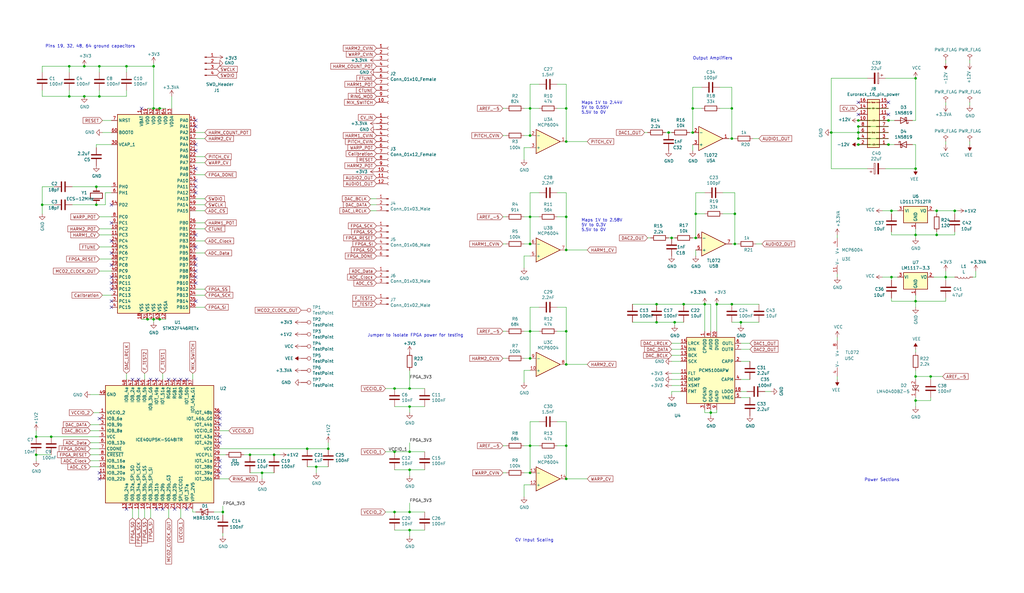
<source format=kicad_sch>
(kicad_sch (version 20230121) (generator eeschema)
  (paper "User" 431.8 250.012)
  (title_block (title "Addatone") (company "Mountjoy Modular"))
  (junction (at 375.92 88.9))
  (junction (at 238.76 187.96))
  (junction (at 309.88 102.87))
  (junction (at 238.76 139.7))
  (junction (at 238.76 153.67))
  (junction (at 293.37 90.17))
  (junction (at 350.52 55.88))
  (junction (at 62.23 134.62))
  (junction (at 309.88 90.17))
  (junction (at 284.48 135.89))
  (junction (at 238.76 59.69))
  (junction (at 374.65 60.96))
  (junction (at 361.95 53.34))
  (junction (at 394.97 88.9))
  (junction (at 166.37 190.5))
  (junction (at 172.72 163.83))
  (junction (at 386.08 168.91))
  (junction (at 223.52 102.87))
  (junction (at 386.08 158.75))
  (junction (at 361.95 60.96))
  (junction (at 386.08 71.12))
  (junction (at 223.52 45.72))
  (junction (at 312.42 135.89))
  (junction (at 238.76 105.41))
  (junction (at 223.52 187.96))
  (junction (at 392.43 158.75))
  (junction (at 64.77 45.72))
  (junction (at 238.76 45.72))
  (junction (at 67.31 45.72))
  (junction (at 402.59 88.9))
  (junction (at 40.64 78.74))
  (junction (at 35.56 27.94))
  (junction (at 293.37 100.33))
  (junction (at 375.92 116.84))
  (junction (at 35.56 40.64))
  (junction (at 172.72 215.9))
  (junction (at 308.61 58.42))
  (junction (at 361.95 58.42))
  (junction (at 292.1 45.72))
  (junction (at 21.59 184.15))
  (junction (at 64.77 134.62))
  (junction (at 223.52 57.15))
  (junction (at 223.52 91.44))
  (junction (at 223.52 151.13))
  (junction (at 172.72 171.45))
  (junction (at 172.72 190.5))
  (junction (at 105.41 191.77))
  (junction (at 394.97 99.06))
  (junction (at 361.95 55.88))
  (junction (at 172.72 198.12))
  (junction (at 41.91 40.64))
  (junction (at 115.57 191.77))
  (junction (at 223.52 139.7))
  (junction (at 166.37 163.83))
  (junction (at 297.18 128.27))
  (junction (at 238.76 91.44))
  (junction (at 398.78 116.84))
  (junction (at 29.21 27.94))
  (junction (at 292.1 55.88))
  (junction (at 29.21 40.64))
  (junction (at 386.08 127))
  (junction (at 129.54 189.23))
  (junction (at 374.65 50.8))
  (junction (at 386.08 33.02))
  (junction (at 41.91 27.94))
  (junction (at 223.52 199.39))
  (junction (at 386.08 99.06))
  (junction (at 110.49 199.39))
  (junction (at 281.94 55.88))
  (junction (at 172.72 223.52))
  (junction (at 67.31 134.62))
  (junction (at 15.24 184.15))
  (junction (at 93.98 215.9))
  (junction (at 133.35 196.85))
  (junction (at 53.34 27.94))
  (junction (at 299.72 173.99))
  (junction (at 138.43 189.23))
  (junction (at 276.86 128.27))
  (junction (at 40.64 86.36))
  (junction (at 283.21 100.33))
  (junction (at 276.86 135.89))
  (junction (at 166.37 215.9))
  (junction (at 308.61 128.27))
  (junction (at 17.78 86.36))
  (junction (at 238.76 201.93))
  (junction (at 302.26 128.27))
  (junction (at 288.29 128.27))
  (junction (at 64.77 27.94))
  (junction (at 308.61 45.72))
  (junction (at 361.95 50.8))
  (junction (at 15.24 191.77))
  (no_connect (at 58.42 160.02))
  (no_connect (at 82.55 76.2))
  (no_connect (at 71.12 160.02))
  (no_connect (at 55.88 160.02))
  (no_connect (at 78.74 214.63))
  (no_connect (at 82.55 81.28))
  (no_connect (at 92.71 194.31))
  (no_connect (at 82.55 104.14))
  (no_connect (at 46.99 86.36))
  (no_connect (at 82.55 78.74))
  (no_connect (at 374.65 48.26))
  (no_connect (at 92.71 199.39))
  (no_connect (at 59.69 45.72))
  (no_connect (at 82.55 71.12))
  (no_connect (at 76.2 160.02))
  (no_connect (at 92.71 176.53))
  (no_connect (at 46.99 116.84))
  (no_connect (at 46.99 111.76))
  (no_connect (at 66.04 160.02))
  (no_connect (at 82.55 99.06))
  (no_connect (at 63.5 160.02))
  (no_connect (at 82.55 63.5))
  (no_connect (at 46.99 93.98))
  (no_connect (at 92.71 179.07))
  (no_connect (at 66.04 214.63))
  (no_connect (at 92.71 186.69))
  (no_connect (at 82.55 119.38))
  (no_connect (at 92.71 173.99))
  (no_connect (at 53.34 214.63))
  (no_connect (at 46.99 129.54))
  (no_connect (at 41.91 199.39))
  (no_connect (at 82.55 60.96))
  (no_connect (at 92.71 196.85))
  (no_connect (at 46.99 119.38))
  (no_connect (at 82.55 53.34))
  (no_connect (at 82.55 114.3))
  (no_connect (at 46.99 101.6))
  (no_connect (at 68.58 214.63))
  (no_connect (at 41.91 176.53))
  (no_connect (at 361.95 48.26))
  (no_connect (at 82.55 109.22))
  (no_connect (at 82.55 127))
  (no_connect (at 374.65 43.18))
  (no_connect (at 92.71 184.15))
  (no_connect (at 82.55 116.84))
  (no_connect (at 41.91 201.93))
  (no_connect (at 46.99 121.92))
  (no_connect (at 73.66 214.63))
  (no_connect (at 82.55 111.76))
  (no_connect (at 361.95 43.18))
  (no_connect (at 82.55 50.8))
  (no_connect (at 73.66 160.02))
  (no_connect (at 46.99 106.68))
  (no_connect (at 78.74 160.02))
  (no_connect (at 46.99 127))
  (wire (pts (xy 172.72 171.45) (xy 179.07 171.45)))
  (wire (pts (xy 223.52 204.47) (xy 220.98 204.47)))
  (wire (pts (xy 372.11 88.9) (xy 375.92 88.9)))
  (wire (pts (xy 30.48 86.36) (xy 40.64 86.36)))
  (wire (pts (xy 53.34 30.48) (xy 53.34 27.94)))
  (wire (pts (xy 46.99 50.8) (xy 43.18 50.8)))
  (wire (pts (xy 234.95 45.72) (xy 238.76 45.72)))
  (wire (pts (xy 29.21 30.48) (xy 29.21 27.94)))
  (wire (pts (xy 129.54 196.85) (xy 133.35 196.85)))
  (wire (pts (xy 82.55 66.04) (xy 86.36 66.04)))
  (wire (pts (xy 386.08 71.12) (xy 373.38 71.12)))
  (wire (pts (xy 220.98 139.7) (xy 223.52 139.7)))
  (wire (pts (xy 375.92 125.73) (xy 375.92 127)))
  (wire (pts (xy 312.42 147.32) (xy 316.23 147.32)))
  (wire (pts (xy 238.76 187.96) (xy 238.76 201.93)))
  (wire (pts (xy 398.78 116.84) (xy 398.78 118.11)))
  (wire (pts (xy 238.76 45.72) (xy 238.76 59.69)))
  (wire (pts (xy 96.52 201.93) (xy 92.71 201.93)))
  (wire (pts (xy 411.48 114.3) (xy 411.48 116.84)))
  (wire (pts (xy 60.96 157.48) (xy 60.96 160.02)))
  (wire (pts (xy 386.08 50.8) (xy 386.08 33.02)))
  (wire (pts (xy 172.72 223.52) (xy 179.07 223.52)))
  (wire (pts (xy 392.43 160.02) (xy 392.43 158.75)))
  (wire (pts (xy 172.72 173.99) (xy 172.72 171.45)))
  (wire (pts (xy 82.55 96.52) (xy 86.36 96.52)))
  (wire (pts (xy 283.21 149.86) (xy 287.02 149.86)))
  (wire (pts (xy 281.94 100.33) (xy 283.21 100.33)))
  (wire (pts (xy 312.42 137.16) (xy 312.42 135.89)))
  (wire (pts (xy 172.72 190.5) (xy 179.07 190.5)))
  (wire (pts (xy 172.72 156.21) (xy 172.72 163.83)))
  (wire (pts (xy 309.88 90.17) (xy 304.8 90.17)))
  (wire (pts (xy 361.95 58.42) (xy 361.95 55.88)))
  (wire (pts (xy 234.95 81.28) (xy 238.76 81.28)))
  (wire (pts (xy 304.8 81.28) (xy 309.88 81.28)))
  (wire (pts (xy 276.86 135.89) (xy 284.48 135.89)))
  (wire (pts (xy 292.1 60.96) (xy 292.1 63.5)))
  (wire (pts (xy 365.76 71.12) (xy 350.52 71.12)))
  (wire (pts (xy 67.31 134.62) (xy 69.85 134.62)))
  (wire (pts (xy 234.95 129.54) (xy 238.76 129.54)))
  (wire (pts (xy 283.21 160.02) (xy 287.02 160.02)))
  (wire (pts (xy 156.21 88.9) (xy 158.75 88.9)))
  (wire (pts (xy 365.76 33.02) (xy 350.52 33.02)))
  (wire (pts (xy 309.88 81.28) (xy 309.88 90.17)))
  (wire (pts (xy 353.06 142.24) (xy 353.06 143.51)))
  (wire (pts (xy 105.41 199.39) (xy 110.49 199.39)))
  (wire (pts (xy 212.09 151.13) (xy 213.36 151.13)))
  (wire (pts (xy 247.65 153.67) (xy 238.76 153.67)))
  (wire (pts (xy 375.92 97.79) (xy 375.92 99.06)))
  (wire (pts (xy 227.33 81.28) (xy 223.52 81.28)))
  (wire (pts (xy 375.92 118.11) (xy 375.92 116.84)))
  (wire (pts (xy 302.26 173.99) (xy 299.72 173.99)))
  (wire (pts (xy 46.99 78.74) (xy 40.64 78.74)))
  (wire (pts (xy 162.56 163.83) (xy 166.37 163.83)))
  (wire (pts (xy 82.55 88.9) (xy 86.36 88.9)))
  (wire (pts (xy 53.34 27.94) (xy 41.91 27.94)))
  (wire (pts (xy 411.48 116.84) (xy 410.21 116.84)))
  (wire (pts (xy 281.94 55.88) (xy 283.21 55.88)))
  (wire (pts (xy 297.18 90.17) (xy 293.37 90.17)))
  (wire (pts (xy 353.06 115.57) (xy 353.06 116.84)))
  (wire (pts (xy 238.76 139.7) (xy 238.76 153.67)))
  (wire (pts (xy 408.94 59.69) (xy 408.94 60.96)))
  (wire (pts (xy 361.95 53.34) (xy 361.95 55.88)))
  (wire (pts (xy 303.53 36.83) (xy 308.61 36.83)))
  (wire (pts (xy 312.42 165.1) (xy 314.96 165.1)))
  (wire (pts (xy 350.52 55.88) (xy 361.95 55.88)))
  (wire (pts (xy 283.21 157.48) (xy 287.02 157.48)))
  (wire (pts (xy 394.97 88.9) (xy 402.59 88.9)))
  (wire (pts (xy 223.52 139.7) (xy 223.52 151.13)))
  (wire (pts (xy 172.72 186.69) (xy 172.72 190.5)))
  (wire (pts (xy 64.77 134.62) (xy 67.31 134.62)))
  (wire (pts (xy 162.56 190.5) (xy 166.37 190.5)))
  (wire (pts (xy 172.72 215.9) (xy 179.07 215.9)))
  (wire (pts (xy 308.61 36.83) (xy 308.61 45.72)))
  (wire (pts (xy 394.97 97.79) (xy 394.97 99.06)))
  (wire (pts (xy 375.92 116.84) (xy 378.46 116.84)))
  (wire (pts (xy 60.96 214.63) (xy 60.96 218.44)))
  (wire (pts (xy 102.87 191.77) (xy 105.41 191.77)))
  (wire (pts (xy 292.1 36.83) (xy 292.1 45.72)))
  (wire (pts (xy 394.97 99.06) (xy 386.08 99.06)))
  (wire (pts (xy 293.37 90.17) (xy 293.37 100.33)))
  (wire (pts (xy 290.83 55.88) (xy 292.1 55.88)))
  (wire (pts (xy 386.08 168.91) (xy 392.43 168.91)))
  (wire (pts (xy 375.92 90.17) (xy 375.92 88.9)))
  (wire (pts (xy 361.95 60.96) (xy 374.65 60.96)))
  (wire (pts (xy 308.61 102.87) (xy 309.88 102.87)))
  (wire (pts (xy 220.98 204.47) (xy 220.98 209.55)))
  (wire (pts (xy 309.88 102.87) (xy 309.88 90.17)))
  (wire (pts (xy 386.08 127) (xy 398.78 127)))
  (wire (pts (xy 38.1 196.85) (xy 41.91 196.85)))
  (wire (pts (xy 220.98 45.72) (xy 223.52 45.72)))
  (wire (pts (xy 212.09 57.15) (xy 213.36 57.15)))
  (wire (pts (xy 393.7 116.84) (xy 398.78 116.84)))
  (wire (pts (xy 397.51 158.75) (xy 392.43 158.75)))
  (wire (pts (xy 41.91 114.3) (xy 46.99 114.3)))
  (wire (pts (xy 81.28 214.63) (xy 81.28 215.9)))
  (wire (pts (xy 398.78 114.3) (xy 398.78 116.84)))
  (wire (pts (xy 386.08 127) (xy 386.08 129.54)))
  (wire (pts (xy 223.52 81.28) (xy 223.52 91.44)))
  (wire (pts (xy 372.11 116.84) (xy 375.92 116.84)))
  (wire (pts (xy 292.1 100.33) (xy 293.37 100.33)))
  (wire (pts (xy 309.88 102.87) (xy 311.15 102.87)))
  (wire (pts (xy 398.78 59.69) (xy 398.78 60.96)))
  (wire (pts (xy 386.08 33.02) (xy 373.38 33.02)))
  (wire (pts (xy 41.91 99.06) (xy 46.99 99.06)))
  (wire (pts (xy 293.37 81.28) (xy 293.37 90.17)))
  (wire (pts (xy 308.61 45.72) (xy 303.53 45.72)))
  (wire (pts (xy 398.78 43.18) (xy 398.78 44.45)))
  (wire (pts (xy 312.42 144.78) (xy 316.23 144.78)))
  (wire (pts (xy 223.52 107.95) (xy 220.98 107.95)))
  (wire (pts (xy 353.06 99.06) (xy 353.06 100.33)))
  (wire (pts (xy 287.02 165.1) (xy 283.21 165.1)))
  (wire (pts (xy 293.37 105.41) (xy 293.37 107.95)))
  (wire (pts (xy 43.18 55.88) (xy 46.99 55.88)))
  (wire (pts (xy 280.67 55.88) (xy 281.94 55.88)))
  (wire (pts (xy 105.41 191.77) (xy 115.57 191.77)))
  (wire (pts (xy 166.37 198.12) (xy 172.72 198.12)))
  (wire (pts (xy 81.28 215.9) (xy 82.55 215.9)))
  (wire (pts (xy 81.28 157.48) (xy 81.28 160.02)))
  (wire (pts (xy 295.91 36.83) (xy 292.1 36.83)))
  (wire (pts (xy 82.55 73.66) (xy 86.36 73.66)))
  (wire (pts (xy 172.72 226.06) (xy 172.72 223.52)))
  (wire (pts (xy 392.43 158.75) (xy 386.08 158.75)))
  (wire (pts (xy 283.21 162.56) (xy 287.02 162.56)))
  (wire (pts (xy 283.21 165.1) (xy 283.21 166.37)))
  (wire (pts (xy 39.37 173.99) (xy 41.91 173.99)))
  (wire (pts (xy 58.42 214.63) (xy 58.42 218.44)))
  (wire (pts (xy 212.09 199.39) (xy 213.36 199.39)))
  (wire (pts (xy 227.33 187.96) (xy 223.52 187.96)))
  (wire (pts (xy 212.09 45.72) (xy 213.36 45.72)))
  (wire (pts (xy 64.77 134.62) (xy 64.77 135.89)))
  (wire (pts (xy 375.92 127) (xy 386.08 127)))
  (wire (pts (xy 302.26 128.27) (xy 308.61 128.27)))
  (wire (pts (xy 223.52 156.21) (xy 220.98 156.21)))
  (wire (pts (xy 138.43 186.69) (xy 138.43 189.23)))
  (wire (pts (xy 238.76 129.54) (xy 238.76 139.7)))
  (wire (pts (xy 38.1 189.23) (xy 41.91 189.23)))
  (wire (pts (xy 361.95 45.72) (xy 374.65 45.72)))
  (wire (pts (xy 220.98 107.95) (xy 220.98 113.03)))
  (wire (pts (xy 41.91 104.14) (xy 46.99 104.14)))
  (wire (pts (xy 386.08 96.52) (xy 386.08 99.06)))
  (wire (pts (xy 86.36 124.46) (xy 82.55 124.46)))
  (wire (pts (xy 41.91 109.22) (xy 46.99 109.22)))
  (wire (pts (xy 374.65 60.96) (xy 377.19 60.96)))
  (wire (pts (xy 156.21 83.82) (xy 158.75 83.82)))
  (wire (pts (xy 297.18 81.28) (xy 293.37 81.28)))
  (wire (pts (xy 17.78 86.36) (xy 17.78 90.17)))
  (wire (pts (xy 62.23 45.72) (xy 64.77 45.72)))
  (wire (pts (xy 223.52 62.23) (xy 220.98 62.23)))
  (wire (pts (xy 129.54 189.23) (xy 138.43 189.23)))
  (wire (pts (xy 38.1 194.31) (xy 41.91 194.31)))
  (wire (pts (xy 92.71 189.23) (xy 129.54 189.23)))
  (wire (pts (xy 308.61 58.42) (xy 309.88 58.42)))
  (wire (pts (xy 64.77 45.72) (xy 67.31 45.72)))
  (wire (pts (xy 53.34 157.48) (xy 53.34 160.02)))
  (wire (pts (xy 374.65 55.88) (xy 361.95 55.88)))
  (wire (pts (xy 172.72 212.09) (xy 172.72 215.9)))
  (wire (pts (xy 220.98 187.96) (xy 223.52 187.96)))
  (wire (pts (xy 220.98 156.21) (xy 220.98 161.29)))
  (wire (pts (xy 133.35 196.85) (xy 138.43 196.85)))
  (wire (pts (xy 212.09 91.44) (xy 213.36 91.44)))
  (wire (pts (xy 307.34 58.42) (xy 308.61 58.42)))
  (wire (pts (xy 318.77 102.87) (xy 321.31 102.87)))
  (wire (pts (xy 302.26 172.72) (xy 302.26 173.99)))
  (wire (pts (xy 220.98 91.44) (xy 223.52 91.44)))
  (wire (pts (xy 17.78 78.74) (xy 17.78 86.36)))
  (wire (pts (xy 92.71 191.77) (xy 95.25 191.77)))
  (wire (pts (xy 402.59 97.79) (xy 402.59 99.06)))
  (wire (pts (xy 64.77 27.94) (xy 64.77 45.72)))
  (wire (pts (xy 76.2 214.63) (xy 76.2 218.44)))
  (wire (pts (xy 350.52 33.02) (xy 350.52 55.88)))
  (wire (pts (xy 227.33 139.7) (xy 223.52 139.7)))
  (wire (pts (xy 238.76 35.56) (xy 238.76 45.72)))
  (wire (pts (xy 308.61 128.27) (xy 320.04 128.27)))
  (wire (pts (xy 38.1 186.69) (xy 41.91 186.69)))
  (wire (pts (xy 384.81 60.96) (xy 386.08 60.96)))
  (wire (pts (xy 234.95 35.56) (xy 238.76 35.56)))
  (wire (pts (xy 297.18 173.99) (xy 299.72 173.99)))
  (wire (pts (xy 392.43 168.91) (xy 392.43 167.64)))
  (wire (pts (xy 41.91 40.64) (xy 53.34 40.64)))
  (wire (pts (xy 292.1 45.72) (xy 292.1 55.88)))
  (wire (pts (xy 227.33 35.56) (xy 223.52 35.56)))
  (wire (pts (xy 276.86 128.27) (xy 288.29 128.27)))
  (wire (pts (xy 386.08 156.21) (xy 386.08 158.75)))
  (wire (pts (xy 92.71 181.61) (xy 96.52 181.61)))
  (wire (pts (xy 44.45 86.36) (xy 40.64 86.36)))
  (wire (pts (xy 82.55 121.92) (xy 86.36 121.92)))
  (wire (pts (xy 53.34 40.64) (xy 53.34 38.1)))
  (wire (pts (xy 15.24 181.61) (xy 15.24 184.15)))
  (wire (pts (xy 299.72 173.99) (xy 299.72 175.26)))
  (wire (pts (xy 398.78 125.73) (xy 398.78 127)))
  (wire (pts (xy 41.91 96.52) (xy 46.99 96.52)))
  (wire (pts (xy 234.95 177.8) (xy 238.76 177.8)))
  (wire (pts (xy 234.95 187.96) (xy 238.76 187.96)))
  (wire (pts (xy 295.91 45.72) (xy 292.1 45.72)))
  (wire (pts (xy 384.81 50.8) (xy 386.08 50.8)))
  (wire (pts (xy 386.08 147.32) (xy 386.08 148.59)))
  (wire (pts (xy 64.77 26.67) (xy 64.77 27.94)))
  (wire (pts (xy 312.42 167.64) (xy 316.23 167.64)))
  (wire (pts (xy 238.76 177.8) (xy 238.76 187.96)))
  (wire (pts (xy 93.98 224.79) (xy 93.98 226.06)))
  (wire (pts (xy 41.91 30.48) (xy 41.91 27.94)))
  (wire (pts (xy 283.21 147.32) (xy 287.02 147.32)))
  (wire (pts (xy 82.55 106.68) (xy 86.36 106.68)))
  (wire (pts (xy 17.78 27.94) (xy 29.21 27.94)))
  (wire (pts (xy 308.61 135.89) (xy 312.42 135.89)))
  (wire (pts (xy 308.61 58.42) (xy 308.61 45.72)))
  (wire (pts (xy 72.39 40.64) (xy 72.39 45.72)))
  (wire (pts (xy 55.88 218.44) (xy 55.88 214.63)))
  (wire (pts (xy 38.1 166.37) (xy 41.91 166.37)))
  (wire (pts (xy 402.59 88.9) (xy 403.86 88.9)))
  (wire (pts (xy 82.55 101.6) (xy 86.36 101.6)))
  (wire (pts (xy 227.33 129.54) (xy 223.52 129.54)))
  (wire (pts (xy 63.5 214.63) (xy 63.5 218.44)))
  (wire (pts (xy 374.65 58.42) (xy 361.95 58.42)))
  (wire (pts (xy 223.52 187.96) (xy 223.52 199.39)))
  (wire (pts (xy 223.52 129.54) (xy 223.52 139.7)))
  (wire (pts (xy 41.91 91.44) (xy 46.99 91.44)))
  (wire (pts (xy 82.55 55.88) (xy 86.36 55.88)))
  (wire (pts (xy 41.91 184.15) (xy 21.59 184.15)))
  (wire (pts (xy 212.09 187.96) (xy 213.36 187.96)))
  (wire (pts (xy 82.55 83.82) (xy 86.36 83.82)))
  (wire (pts (xy 266.7 128.27) (xy 276.86 128.27)))
  (wire (pts (xy 172.72 163.83) (xy 166.37 163.83)))
  (wire (pts (xy 90.17 215.9) (xy 93.98 215.9)))
  (wire (pts (xy 375.92 99.06) (xy 386.08 99.06)))
  (wire (pts (xy 234.95 139.7) (xy 238.76 139.7)))
  (wire (pts (xy 223.52 177.8) (xy 223.52 187.96)))
  (wire (pts (xy 172.72 163.83) (xy 179.07 163.83)))
  (wire (pts (xy 133.35 199.39) (xy 133.35 196.85)))
  (wire (pts (xy 322.58 165.1) (xy 325.12 165.1)))
  (wire (pts (xy 398.78 25.4) (xy 398.78 26.67)))
  (wire (pts (xy 220.98 62.23) (xy 220.98 67.31)))
  (wire (pts (xy 220.98 151.13) (xy 223.52 151.13)))
  (wire (pts (xy 41.91 27.94) (xy 35.56 27.94)))
  (wire (pts (xy 40.64 78.74) (xy 30.48 78.74)))
  (wire (pts (xy 110.49 201.93) (xy 110.49 199.39)))
  (wire (pts (xy 374.65 53.34) (xy 361.95 53.34)))
  (wire (pts (xy 408.94 25.4) (xy 408.94 26.67)))
  (wire (pts (xy 82.55 129.54) (xy 86.36 129.54)))
  (wire (pts (xy 408.94 43.18) (xy 408.94 44.45)))
  (wire (pts (xy 35.56 40.64) (xy 41.91 40.64)))
  (wire (pts (xy 64.77 45.72) (xy 64.77 46.99)))
  (wire (pts (xy 21.59 184.15) (xy 15.24 184.15)))
  (wire (pts (xy 82.55 86.36) (xy 86.36 86.36)))
  (wire (pts (xy 46.99 124.46) (xy 43.18 124.46)))
  (wire (pts (xy 247.65 59.69) (xy 238.76 59.69)))
  (wire (pts (xy 53.34 27.94) (xy 64.77 27.94)))
  (wire (pts (xy 110.49 199.39) (xy 115.57 199.39)))
  (wire (pts (xy 212.09 139.7) (xy 213.36 139.7)))
  (wire (pts (xy 375.92 88.9) (xy 378.46 88.9)))
  (wire (pts (xy 297.18 128.27) (xy 297.18 139.7)))
  (wire (pts (xy 38.1 179.07) (xy 41.91 179.07)))
  (wire (pts (xy 22.86 78.74) (xy 17.78 78.74)))
  (wire (pts (xy 220.98 57.15) (xy 223.52 57.15)))
  (wire (pts (xy 41.91 38.1) (xy 41.91 40.64)))
  (wire (pts (xy 17.78 40.64) (xy 29.21 40.64)))
  (wire (pts (xy 68.58 157.48) (xy 68.58 160.02)))
  (wire (pts (xy 238.76 91.44) (xy 238.76 105.41)))
  (wire (pts (xy 17.78 86.36) (xy 22.86 86.36)))
  (wire (pts (xy 274.32 100.33) (xy 273.05 100.33)))
  (wire (pts (xy 374.65 50.8) (xy 377.19 50.8)))
  (wire (pts (xy 38.1 181.61) (xy 41.91 181.61)))
  (wire (pts (xy 393.7 88.9) (xy 394.97 88.9)))
  (wire (pts (xy 172.72 215.9) (xy 166.37 215.9)))
  (wire (pts (xy 297.18 172.72) (xy 297.18 173.99)))
  (wire (pts (xy 284.48 135.89) (xy 288.29 135.89)))
  (wire (pts (xy 398.78 116.84) (xy 402.59 116.84)))
  (wire (pts (xy 172.72 200.66) (xy 172.72 198.12)))
  (wire (pts (xy 312.42 160.02) (xy 316.23 160.02)))
  (wire (pts (xy 317.5 58.42) (xy 320.04 58.42)))
  (wire (pts (xy 40.64 60.96) (xy 40.64 62.23)))
  (wire (pts (xy 266.7 135.89) (xy 276.86 135.89)))
  (wire (pts (xy 312.42 135.89) (xy 320.04 135.89)))
  (wire (pts (xy 386.08 167.64) (xy 386.08 168.91)))
  (wire (pts (xy 172.72 198.12) (xy 179.07 198.12)))
  (wire (pts (xy 227.33 177.8) (xy 223.52 177.8)))
  (wire (pts (xy 17.78 40.64) (xy 17.78 38.1)))
  (wire (pts (xy 350.52 71.12) (xy 350.52 55.88)))
  (wire (pts (xy 402.59 99.06) (xy 394.97 99.06)))
  (wire (pts (xy 271.78 55.88) (xy 273.05 55.88)))
  (wire (pts (xy 59.69 134.62) (xy 62.23 134.62)))
  (wire (pts (xy 29.21 40.64) (xy 35.56 40.64)))
  (wire (pts (xy 283.21 144.78) (xy 287.02 144.78)))
  (wire (pts (xy 283.21 152.4) (xy 287.02 152.4)))
  (wire (pts (xy 227.33 45.72) (xy 223.52 45.72)))
  (wire (pts (xy 93.98 215.9) (xy 93.98 213.36)))
  (wire (pts (xy 82.55 58.42) (xy 86.36 58.42)))
  (wire (pts (xy 162.56 215.9) (xy 166.37 215.9)))
  (wire (pts (xy 223.52 45.72) (xy 223.52 57.15)))
  (wire (pts (xy 223.52 91.44) (xy 223.52 102.87)))
  (wire (pts (xy 223.52 35.56) (xy 223.52 45.72)))
  (wire (pts (xy 302.26 128.27) (xy 302.26 139.7)))
  (wire (pts (xy 234.95 91.44) (xy 238.76 91.44)))
  (wire (pts (xy 386.08 168.91) (xy 386.08 171.45)))
  (wire (pts (xy 288.29 128.27) (xy 297.18 128.27)))
  (wire (pts (xy 353.06 158.75) (xy 353.06 160.02)))
  (wire (pts (xy 172.72 190.5) (xy 166.37 190.5)))
  (wire (pts (xy 67.31 45.72) (xy 69.85 45.72)))
  (wire (pts (xy 82.55 93.98) (xy 86.36 93.98)))
  (wire (pts (xy 156.21 86.36) (xy 158.75 86.36)))
  (wire (pts (xy 227.33 91.44) (xy 223.52 91.44)))
  (wire (pts (xy 386.08 158.75) (xy 386.08 160.02)))
  (wire (pts (xy 166.37 223.52) (xy 172.72 223.52)))
  (wire (pts (xy 71.12 214.63) (xy 71.12 218.44)))
  (wire (pts (xy 386.08 124.46) (xy 386.08 127)))
  (wire (pts (xy 93.98 215.9) (xy 93.98 217.17)))
  (wire (pts (xy 394.97 90.17) (xy 394.97 88.9)))
  (wire (pts (xy 166.37 171.45) (xy 172.72 171.45)))
  (wire (pts (xy 220.98 199.39) (xy 223.52 199.39)))
  (wire (pts (xy 299.72 172.72) (xy 299.72 173.99)))
  (wire (pts (xy 15.24 191.77) (xy 15.24 194.31)))
  (wire (pts (xy 44.45 86.36) (xy 44.45 81.28)))
  (wire (pts (xy 118.11 191.77) (xy 115.57 191.77)))
  (wire (pts (xy 212.09 102.87) (xy 213.36 102.87)))
  (wire (pts (xy 299.72 128.27) (xy 297.18 128.27)))
  (wire (pts (xy 299.72 128.27) (xy 299.72 139.7)))
  (wire (pts (xy 361.95 50.8) (xy 374.65 50.8)))
  (wire (pts (xy 386.08 60.96) (xy 386.08 71.12)))
  (wire (pts (xy 82.55 68.58) (xy 86.36 68.58)))
  (wire (pts (xy 284.48 137.16) (xy 284.48 135.89)))
  (wire (pts (xy 17.78 30.48) (xy 17.78 27.94)))
  (wire (pts (xy 38.1 191.77) (xy 41.91 191.77)))
  (wire (pts (xy 386.08 99.06) (xy 386.08 100.33)))
  (wire (pts (xy 44.45 81.28) (xy 46.99 81.28)))
  (wire (pts (xy 46.99 60.96) (xy 40.64 60.96)))
  (wire (pts (xy 220.98 102.87) (xy 223.52 102.87)))
  (wire (pts (xy 247.65 105.41) (xy 238.76 105.41)))
  (wire (pts (xy 247.65 201.93) (xy 238.76 201.93)))
  (wire (pts (xy 238.76 81.28) (xy 238.76 91.44)))
  (wire (pts (xy 402.59 88.9) (xy 402.59 90.17)))
  (wire (pts (xy 62.23 134.62) (xy 64.77 134.62)))
  (wire (pts (xy 29.21 38.1) (xy 29.21 40.64)))
  (wire (pts (xy 21.59 191.77) (xy 15.24 191.77)))
  (wire (pts (xy 29.21 27.94) (xy 35.56 27.94)))
  (wire (pts (xy 283.21 100.33) (xy 284.48 100.33)))
  (wire (pts (xy 312.42 152.4) (xy 316.23 152.4)))
  (text "Power Sections" (at 364.49 203.2 0) (effects (font (size 1.27 1.27)) (justify left bottom)))
  (text "Jumper to isolate FPGA power for testing" (at 154.94 142.24 0) (effects (font (size 1.27 1.27)) (justify left bottom)))
  (text "Maps 1V to 2.58V\n5V to 0.3V\n5.5V to 0V" (at 245.11 97.79 0) (effects (font (size 1.27 1.27)) (justify left bottom)))
  (text "Output Amplifiers" (at 292.1 25.4 0) (effects (font (size 1.27 1.27)) (justify left bottom)))
  (text "CV Input Scaling" (at 217.17 228.6 0) (effects (font (size 1.27 1.27)) (justify left bottom)))
  (text "Maps 1V to 2.44V\n5V to 0.55V\n5.5V to 0V" (at 245.11 48.26 0) (effects (font (size 1.27 1.27)) (justify left bottom)))
  (text "Pins 19, 32, 48, 64 ground capacitors" (at 19.05 20.32 0) (effects (font (size 1.27 1.27)) (justify left bottom)))
  (label "FPGA_3V3" (at 172.72 160.02 0))
  (label "FPGA_3V3" (at 93.98 213.36 0))
  (label "VCCIO_1" (at 163.83 190.5 0))
  (label "FPGA_3V3" (at 172.72 212.09 0))
  (label "FPGA_3V3" (at 172.72 186.69 0))
  (global_label "HARM2_CVIN" (shape input) (at 158.75 20.32 180) (property "Intersheetrefs" "${INTERSHEET_REFS}" (effects hide)))
  (global_label "HARM1_POT" (shape input) (at 86.36 93.98 0) (property "Intersheetrefs" "${INTERSHEET_REFS}" (effects hide)))
  (global_label "HARM_COUNT_POT" (shape input) (at 86.36 55.88 0) (property "Intersheetrefs" "${INTERSHEET_REFS}" (effects hide)))
  (global_label "DAC2_OUT" (shape input) (at 316.23 147.32 0) (property "Intersheetrefs" "${INTERSHEET_REFS}" (effects hide)))
  (global_label "WARP_POT" (shape input) (at 158.75 62.23 180) (property "Intersheetrefs" "${INTERSHEET_REFS}" (effects hide)))
  (global_label "ADC_CS" (shape input) (at 86.36 88.9 0) (property "Intersheetrefs" "${INTERSHEET_REFS}" (effects hide)))
  (global_label "MIX_SWITCH" (shape input) (at 81.28 157.48 90) (property "Intersheetrefs" "${INTERSHEET_REFS}" (effects hide)))
  (global_label "DAC_LRCLK" (shape input) (at 156.21 88.9 180) (property "Intersheetrefs" "${INTERSHEET_REFS}" (effects hide)))
  (global_label "RING_MOD" (shape input) (at 158.75 40.64 180) (property "Intersheetrefs" "${INTERSHEET_REFS}" (effects hide)))
  (global_label "HARM1_POT" (shape input) (at 158.75 35.56 180) (property "Intersheetrefs" "${INTERSHEET_REFS}" (effects hide)))
  (global_label "RESET" (shape input) (at 158.75 67.31 180) (property "Intersheetrefs" "${INTERSHEET_REFS}" (effects hide)))
  (global_label "HARM1_CV" (shape input) (at 247.65 105.41 0) (property "Intersheetrefs" "${INTERSHEET_REFS}" (effects hide)))
  (global_label "VCCIO_0" (shape input) (at 162.56 163.83 180) (property "Intersheetrefs" "${INTERSHEET_REFS}" (effects hide)))
  (global_label "HARM1_CVIN" (shape input) (at 212.09 102.87 180) (property "Intersheetrefs" "${INTERSHEET_REFS}" (effects hide)))
  (global_label "WARP_CV" (shape input) (at 247.65 201.93 0) (property "Intersheetrefs" "${INTERSHEET_REFS}" (effects hide)))
  (global_label "ADC_CS" (shape input) (at 158.75 119.38 180) (property "Intersheetrefs" "${INTERSHEET_REFS}" (effects hide)))
  (global_label "PITCH_CV" (shape input) (at 247.65 59.69 0) (property "Intersheetrefs" "${INTERSHEET_REFS}" (effects hide)))
  (global_label "AREF_-5" (shape input) (at 212.09 139.7 180) (property "Intersheetrefs" "${INTERSHEET_REFS}" (effects hide)))
  (global_label "HARM2_CV" (shape input) (at 86.36 58.42 0) (property "Intersheetrefs" "${INTERSHEET_REFS}" (effects hide)))
  (global_label "DAC_BCLK" (shape input) (at 283.21 149.86 180) (property "Intersheetrefs" "${INTERSHEET_REFS}" (effects hide)))
  (global_label "F_TEST2" (shape input) (at 158.75 128.27 180) (property "Intersheetrefs" "${INTERSHEET_REFS}" (effects hide)))
  (global_label "FPGA_RESET" (shape input) (at 158.75 100.33 180) (property "Intersheetrefs" "${INTERSHEET_REFS}" (effects hide)))
  (global_label "WARP_POT" (shape input) (at 41.91 91.44 180) (property "Intersheetrefs" "${INTERSHEET_REFS}" (effects hide)))
  (global_label "WARP_CVIN" (shape input) (at 212.09 199.39 180) (property "Intersheetrefs" "${INTERSHEET_REFS}" (effects hide)))
  (global_label "FPGA_SO" (shape input) (at 55.88 218.44 270) (property "Intersheetrefs" "${INTERSHEET_REFS}" (effects hide)))
  (global_label "ADC_Clock" (shape input) (at 158.75 116.84 180) (property "Intersheetrefs" "${INTERSHEET_REFS}" (effects hide)))
  (global_label "FTUNE" (shape input) (at 158.75 33.02 180) (property "Intersheetrefs" "${INTERSHEET_REFS}" (effects hide)))
  (global_label "ADC_CS" (shape input) (at 38.1 196.85 180) (property "Intersheetrefs" "${INTERSHEET_REFS}" (effects hide)))
  (global_label "FPGA_SCK" (shape input) (at 158.75 95.25 180) (property "Intersheetrefs" "${INTERSHEET_REFS}" (effects hide)))
  (global_label "DAC_BCLK" (shape input) (at 38.1 181.61 180) (property "Intersheetrefs" "${INTERSHEET_REFS}" (effects hide)))
  (global_label "AUDIO1_OUT" (shape input) (at 320.04 58.42 0) (property "Intersheetrefs" "${INTERSHEET_REFS}" (effects hide)))
  (global_label "FPGA_SS" (shape input) (at 60.96 218.44 270) (property "Intersheetrefs" "${INTERSHEET_REFS}" (effects hide)))
  (global_label "HARM2_POT" (shape input) (at 158.75 69.85 180) (property "Intersheetrefs" "${INTERSHEET_REFS}" (effects hide)))
  (global_label "DAC_DATA" (shape input) (at 38.1 179.07 180) (property "Intersheetrefs" "${INTERSHEET_REFS}" (effects hide)))
  (global_label "RING_MOD" (shape input) (at 96.52 201.93 0) (property "Intersheetrefs" "${INTERSHEET_REFS}" (effects hide)))
  (global_label "SWDIO" (shape input) (at 91.44 31.75 0) (property "Intersheetrefs" "${INTERSHEET_REFS}" (effects hide)))
  (global_label "HARM2_CVIN" (shape input) (at 212.09 151.13 180) (property "Intersheetrefs" "${INTERSHEET_REFS}" (effects hide)))
  (global_label "WARP_CVIN" (shape input) (at 158.75 22.86 180) (property "Intersheetrefs" "${INTERSHEET_REFS}" (effects hide)))
  (global_label "CV_IN" (shape input) (at 158.75 49.53 180) (property "Intersheetrefs" "${INTERSHEET_REFS}" (effects hide)))
  (global_label "HARM2_POT" (shape input) (at 41.91 96.52 180) (property "Intersheetrefs" "${INTERSHEET_REFS}" (effects hide)))
  (global_label "MCO2_CLOCK_OUT" (shape input) (at 127 130.81 180) (property "Intersheetrefs" "${INTERSHEET_REFS}" (effects hide)))
  (global_label "PITCH_CVIN" (shape input) (at 212.09 57.15 180) (property "Intersheetrefs" "${INTERSHEET_REFS}" (effects hide)))
  (global_label "DAC_DATA" (shape input) (at 156.21 86.36 180) (property "Intersheetrefs" "${INTERSHEET_REFS}" (effects hide)))
  (global_label "DAC_LRCLK" (shape input) (at 53.34 157.48 90) (property "Intersheetrefs" "${INTERSHEET_REFS}" (effects hide)))
  (global_label "CTUNE" (shape input) (at 86.36 96.52 0) (property "Intersheetrefs" "${INTERSHEET_REFS}" (effects hide)))
  (global_label "CTUNE" (shape input) (at 158.75 38.1 180) (property "Intersheetrefs" "${INTERSHEET_REFS}" (effects hide)))
  (global_label "AREF_-5" (shape input) (at 212.09 45.72 180) (property "Intersheetrefs" "${INTERSHEET_REFS}" (effects hide)))
  (global_label "SWDIO" (shape input) (at 86.36 83.82 0) (property "Intersheetrefs" "${INTERSHEET_REFS}" (effects hide)))
  (global_label "FPGA_SI" (shape input) (at 158.75 102.87 180) (property "Intersheetrefs" "${INTERSHEET_REFS}" (effects hide)))
  (global_label "FPGA_SCK" (shape input) (at 58.42 218.44 270) (property "Intersheetrefs" "${INTERSHEET_REFS}" (effects hide)))
  (global_label "DAC_DATA" (shape input) (at 283.21 147.32 180) (property "Intersheetrefs" "${INTERSHEET_REFS}" (effects hide)))
  (global_label "AREF_-5" (shape input) (at 212.09 187.96 180) (property "Intersheetrefs" "${INTERSHEET_REFS}" (effects hide)))
  (global_label "DAC1_OUT" (shape input) (at 271.78 55.88 180) (property "Intersheetrefs" "${INTERSHEET_REFS}" (effects hide)))
  (global_label "WARP_CV" (shape input) (at 86.36 68.58 0) (property "Intersheetrefs" "${INTERSHEET_REFS}" (effects hide)))
  (global_label "VCCIO_1" (shape input) (at 162.56 190.5 180) (property "Intersheetrefs" "${INTERSHEET_REFS}" (effects hide)))
  (global_label "FPGA_RESET" (shape input) (at 41.91 109.22 180) (property "Intersheetrefs" "${INTERSHEET_REFS}" (effects hide)))
  (global_label "FPGA_RESET" (shape input) (at 38.1 191.77 180) (property "Intersheetrefs" "${INTERSHEET_REFS}" (effects hide)))
  (global_label "FPGA_SCK" (shape input) (at 86.36 124.46 0) (property "Intersheetrefs" "${INTERSHEET_REFS}" (effects hide)))
  (global_label "VCCIO_2" (shape input) (at 162.56 215.9 180) (property "Intersheetrefs" "${INTERSHEET_REFS}" (effects hide)))
  (global_label "FPGA_DONE" (shape input) (at 86.36 73.66 0) (property "Intersheetrefs" "${INTERSHEET_REFS}" (effects hide)))
  (global_label "PITCH_CV" (shape input) (at 86.36 66.04 0) (property "Intersheetrefs" "${INTERSHEET_REFS}" (effects hide)))
  (global_label "VCCIO_1" (shape input) (at 76.2 218.44 270) (property "Intersheetrefs" "${INTERSHEET_REFS}" (effects hide)))
  (global_label "DAC_LRCLK" (shape input) (at 283.21 144.78 180) (property "Intersheetrefs" "${INTERSHEET_REFS}" (effects hide)))
  (global_label "F_TEST2" (shape input) (at 60.96 157.48 90) (property "Intersheetrefs" "${INTERSHEET_REFS}" (effects hide)))
  (global_label "ADC_Data" (shape input) (at 38.1 186.69 180) (property "Intersheetrefs" "${INTERSHEET_REFS}" (effects hide)))
  (global_label "ADC_Clock" (shape input) (at 38.1 194.31 180) (property "Intersheetrefs" "${INTERSHEET_REFS}" (effects hide)))
  (global_label "AUDIO2_OUT" (shape input) (at 158.75 74.93 180) (property "Intersheetrefs" "${INTERSHEET_REFS}" (effects hide)))
  (global_label "DAC_BCLK" (shape input) (at 156.21 83.82 180) (property "Intersheetrefs" "${INTERSHEET_REFS}" (effects hide)))
  (global_label "FPGA_SI" (shape input) (at 63.5 218.44 270) (property "Intersheetrefs" "${INTERSHEET_REFS}" (effects hide)))
  (global_label "SWCLK" (shape input) (at 86.36 86.36 0) (property "Intersheetrefs" "${INTERSHEET_REFS}" (effects hide)))
  (global_label "DAC2_OUT" (shape input) (at 273.05 100.33 180) (property "Intersheetrefs" "${INTERSHEET_REFS}" (effects hide)))
  (global_label "HARM1_CVIN" (shape input) (at 158.75 57.15 180) (property "Intersheetrefs" "${INTERSHEET_REFS}" (effects hide)))
  (global_label "FPGA_SI" (shape input) (at 86.36 129.54 0) (property "Intersheetrefs" "${INTERSHEET_REFS}" (effects hide)))
  (global_label "ADC_Data" (shape input) (at 86.36 106.68 0) (property "Intersheetrefs" "${INTERSHEET_REFS}" (effects hide)))
  (global_label "MCO2_CLOCK_OUT" (shape input) (at 41.91 114.3 180) (property "Intersheetrefs" "${INTERSHEET_REFS}" (effects hide)))
  (global_label "AUDIO1_OUT" (shape input) (at 158.75 77.47 180) (property "Intersheetrefs" "${INTERSHEET_REFS}" (effects hide)))
  (global_label "MCO2_CLOCK_OUT" (shape input) (at 71.12 218.44 270) (property "Intersheetrefs" "${INTERSHEET_REFS}" (effects hide)))
  (global_label "F_TEST1" (shape input) (at 158.75 125.73 180) (property "Intersheetrefs" "${INTERSHEET_REFS}" (effects hide)))
  (global_label "VCCIO_0" (shape input) (at 96.52 181.61 0) (property "Intersheetrefs" "${INTERSHEET_REFS}" (effects hide)))
  (global_label "FTUNE" (shape input) (at 41.91 104.14 180) (property "Intersheetrefs" "${INTERSHEET_REFS}" (effects hide)))
  (global_label "RESET" (shape input) (at 43.18 50.8 180) (property "Intersheetrefs" "${INTERSHEET_REFS}" (effects hide)))
  (global_label "HARM2_CV" (shape input) (at 247.65 153.67 0) (property "Intersheetrefs" "${INTERSHEET_REFS}" (effects hide)))
  (global_label "Calibration" (shape input) (at 43.18 124.46 180) (property "Intersheetrefs" "${INTERSHEET_REFS}" (effects hide)))
  (global_label "Calibration" (shape input) (at 158.75 64.77 180) (property "Intersheetrefs" "${INTERSHEET_REFS}" (effects hide)))
  (global_label "PITCH_CVIN" (shape input) (at 158.75 59.69 180) (property "Intersheetrefs" "${INTERSHEET_REFS}" (effects hide)))
  (global_label "FPGA_SS" (shape input) (at 86.36 121.92 0) (property "Intersheetrefs" "${INTERSHEET_REFS}" (effects hide)))
  (global_label "ADC_Data" (shape input) (at 158.75 114.3 180) (property "Intersheetrefs" "${INTERSHEET_REFS}" (effects hide)))
  (global_label "SWCLK" (shape input) (at 91.44 29.21 0) (property "Intersheetrefs" "${INTERSHEET_REFS}" (effects hide)))
  (global_label "HARM_COUNT_POT" (shape input) (at 158.75 27.94 180) (property "Intersheetrefs" "${INTERSHEET_REFS}" (effects hide)))
  (global_label "MIX_SWITCH" (shape input) (at 158.75 43.18 180) (property "Intersheetrefs" "${INTERSHEET_REFS}" (effects hide)))
  (global_label "FPGA_SS" (shape input) (at 158.75 97.79 180) (property "Intersheetrefs" "${INTERSHEET_REFS}" (effects hide)))
  (global_label "HARM1_CV" (shape input) (at 41.91 99.06 180) (property "Intersheetrefs" "${INTERSHEET_REFS}" (effects hide)))
  (global_label "VCCIO_2" (shape input) (at 39.37 173.99 180) (property "Intersheetrefs" "${INTERSHEET_REFS}" (effects hide)))
  (global_label "F_TEST1" (shape input) (at 68.58 157.48 90) (property "Intersheetrefs" "${INTERSHEET_REFS}" (effects hide)))
  (global_label "DAC1_OUT" (shape input) (at 316.23 144.78 0) (property "Intersheetrefs" "${INTERSHEET_REFS}" (effects hide)))
  (global_label "AREF_-5" (shape input) (at 212.09 91.44 180) (property "Intersheetrefs" "${INTERSHEET_REFS}" (effects hide)))
  (global_label "ADC_Clock" (shape input) (at 86.36 101.6 0) (property "Intersheetrefs" "${INTERSHEET_REFS}" (effects hide)))
  (global_label "CV_IN" (shape input) (at 361.95 45.72 180) (property "Intersheetrefs" "${INTERSHEET_REFS}" (effects hide)))
  (global_label "FPGA_SO" (shape input) (at 158.75 105.41 180) (property "Intersheetrefs" "${INTERSHEET_REFS}" (effects hide)))
  (global_label "AUDIO2_OUT" (shape input) (at 321.31 102.87 0) (property "Intersheetrefs" "${INTERSHEET_REFS}" (effects hide)))
  (global_label "AREF_-5" (shape input) (at 397.51 158.75 0) (property "Intersheetrefs" "${INTERSHEET_REFS}" (effects hide)))
  (global_label "FPGA_DONE" (shape input) (at 38.1 189.23 180) (property "Intersheetrefs" "${INTERSHEET_REFS}" (effects hide)))
  (global_label "FPGA_DONE" (shape input) (at 158.75 107.95 180) (property "Intersheetrefs" "${INTERSHEET_REFS}" (effects hide)))
  (symbol (lib_id "Device:C") (at 40.64 66.04 180) (unit 1)
    (property "Reference" "C5" (at 38.1 67.31 0) (effects (justify left)))
    (property "Value" "2.2uF" (at 38.1 64.77 0) (effects (justify left)))
    (property "Footprint" "Capacitors_SMD:C_0805_HandSoldering" (effects hide))
  )
  (symbol (lib_id "AddaTone components-rescue:Conn_01x04_Male-Connector") (at 86.36 26.67 0) (unit 1)
    (property "Reference" "J1" (at 91.44 38.1 0))
    (property "Value" "SWD_Header" (at 92.71 35.56 0))
    (property "Footprint" "Custom_Footprints:SWD_header" (effects hide))
  )
  (symbol (lib_id "AddaTone components-rescue:+3.3V-power") (at 91.44 24.13 270) (unit 1)
    (property "Reference" "#PWR014" (effects hide))
    (property "Value" "+3.3V" (at 94.6912 24.511 90) (effects (justify left)))
  )
  (symbol (lib_id "power:GND") (at 91.44 26.67 90) (unit 1)
    (property "Reference" "#PWR015" (effects hide))
    (property "Value" "GND" (at 94.6912 26.543 90) (effects (justify right)))
  )
  (symbol (lib_id "Device:Crystal") (at 40.64 82.55 90) (unit 1)
    (property "Reference" "Y1" (at 34.29 81.28 90) (effects (justify right)))
    (property "Value" "ECS-12MHz" (at 27.94 83.82 90) (effects (justify right)))
    (property "Footprint" "Crystals:Crystal_SMD_0603-2pin_6.0x3.5mm_HandSoldering" (effects hide))
  )
  (symbol (lib_id "Device:C") (at 26.67 78.74 270) (unit 1)
    (property "Reference" "C2" (at 21.59 77.47 90) (effects (justify left)))
    (property "Value" "18pF" (at 20.32 80.01 90) (effects (justify left)))
    (property "Footprint" "Capacitors_SMD:C_0805_HandSoldering" (effects hide))
  )
  (symbol (lib_id "Device:C") (at 26.67 86.36 270) (unit 1)
    (property "Reference" "C3" (at 21.59 85.09 90) (effects (justify left)))
    (property "Value" "18pF" (at 20.32 87.63 90) (effects (justify left)))
    (property "Footprint" "Capacitors_SMD:C_0805_HandSoldering" (effects hide))
  )
  (symbol (lib_id "power:GND") (at 17.78 90.17 0) (unit 1)
    (property "Reference" "#PWR01" (effects hide))
    (property "Value" "GND" (at 17.907 93.4212 90) (effects (justify right)))
  )
  (symbol (lib_id "AddaTone components-rescue:+3.3V-power") (at 64.77 26.67 0) (unit 1)
    (property "Reference" "#PWR011" (effects hide))
    (property "Value" "+3.3V" (at 64.77 22.86 0))
  )
  (symbol (lib_id "power:GND") (at 64.77 135.89 0) (unit 1)
    (property "Reference" "#PWR012" (effects hide))
    (property "Value" "GND" (at 64.897 140.2842 0))
  )
  (symbol (lib_id "AddaTone components-rescue:+3.3V-power") (at 35.56 27.94 0) (unit 1)
    (property "Reference" "#PWR03" (effects hide))
    (property "Value" "+3.3V" (at 35.941 23.5458 0))
  )
  (symbol (lib_id "Device:C") (at 17.78 34.29 0) (unit 1)
    (property "Reference" "C1" (at 20.701 33.1216 0) (effects (justify left)))
    (property "Value" "100nF" (at 20.701 35.433 0) (effects (justify left)))
    (property "Footprint" "Capacitors_SMD:C_0603_HandSoldering" (effects hide))
  )
  (symbol (lib_id "power:GND") (at 35.56 40.64 0) (unit 1)
    (property "Reference" "#PWR04" (effects hide))
    (property "Value" "GND" (at 35.687 45.0342 0))
  )
  (symbol (lib_id "Device:C") (at 29.21 34.29 0) (unit 1)
    (property "Reference" "C4" (at 32.131 33.1216 0) (effects (justify left)))
    (property "Value" "100nF" (at 32.131 35.433 0) (effects (justify left)))
    (property "Footprint" "Capacitors_SMD:C_0603_HandSoldering" (effects hide))
  )
  (symbol (lib_id "Device:C") (at 41.91 34.29 0) (unit 1)
    (property "Reference" "C8" (at 44.831 33.1216 0) (effects (justify left)))
    (property "Value" "100nF" (at 44.831 35.433 0) (effects (justify left)))
    (property "Footprint" "Capacitors_SMD:C_0805_HandSoldering" (effects hide))
  )
  (symbol (lib_id "Device:C") (at 53.34 34.29 0) (unit 1)
    (property "Reference" "C10" (at 56.261 33.1216 0) (effects (justify left)))
    (property "Value" "100nF" (at 56.261 35.433 0) (effects (justify left)))
    (property "Footprint" "Capacitors_SMD:C_0805_HandSoldering" (effects hide))
  )
  (symbol (lib_id "power:GND") (at 40.64 69.85 0) (unit 1)
    (property "Reference" "#PWR02" (effects hide))
    (property "Value" "GND" (at 40.767 74.2442 0))
  )
  (symbol (lib_id "power:PWR_FLAG") (at 408.94 43.18 0) (unit 1)
    (property "Reference" "#FLG05" (effects hide))
    (property "Value" "PWR_FLAG" (at 408.94 38.7604 0))
  )
  (symbol (lib_id "power:GND") (at 408.94 44.45 0) (unit 1)
    (property "Reference" "#PWR089" (effects hide))
    (property "Value" "GND" (at 409.067 48.8442 0))
  )
  (symbol (lib_id "power:GND") (at 386.08 100.33 0) (unit 1)
    (property "Reference" "#PWR072" (effects hide))
    (property "Value" "GND" (at 386.207 104.7242 0))
  )
  (symbol (lib_id "Amplifier_Operational:MCP6004") (at 231.14 59.69 0) (mirror x) (unit 1)
    (property "Reference" "U3" (at 231.14 50.3682 0))
    (property "Value" "MCP6004" (at 231.14 52.6796 0))
    (property "Footprint" "SMD_Packages:SOIC-14_N" (effects hide))
    (property "Datasheet" "http://ww1.microchip.com/downloads/en/DeviceDoc/21733j.pdf" (effects hide))
  )
  (symbol (lib_id "Device:R") (at 231.14 45.72 270) (unit 1)
    (property "Reference" "R10" (at 231.14 40.4622 90))
    (property "Value" "47k" (at 231.14 42.7736 90))
    (property "Footprint" "Resistors_SMD:R_0805_HandSoldering" (effects hide))
  )
  (symbol (lib_id "Device:R") (at 217.17 45.72 270) (unit 1)
    (property "Reference" "R2" (at 217.17 40.4622 90))
    (property "Value" "82k" (at 217.17 42.7736 90))
    (property "Footprint" "Resistors_SMD:R_0805_HandSoldering" (effects hide))
  )
  (symbol (lib_id "Device:R") (at 217.17 57.15 270) (unit 1)
    (property "Reference" "R3" (at 217.17 59.69 90))
    (property "Value" "100k" (at 217.17 62.23 90))
    (property "Footprint" "Resistors_SMD:R_0805_HandSoldering" (effects hide))
  )
  (symbol (lib_id "power:GND") (at 220.98 67.31 0) (unit 1)
    (property "Reference" "#PWR042" (effects hide))
    (property "Value" "GND" (at 221.107 71.7042 0))
  )
  (symbol (lib_id "Device:C") (at 231.14 35.56 90) (unit 1)
    (property "Reference" "C27" (at 231.14 29.1592 90))
    (property "Value" "1.5nF" (at 231.14 31.4706 90))
    (property "Footprint" "Capacitors_SMD:C_0805_HandSoldering" (effects hide))
  )
  (symbol (lib_id "Reference_Voltage:LM4040DBZ-10") (at 386.08 163.83 270) (unit 1)
    (property "Reference" "D2" (at 379.73 162.56 90) (effects (justify left)))
    (property "Value" "LM4040DBZ-5" (at 369.57 165.1 90) (effects (justify left)))
    (property "Footprint" "TO_SOT_Packages_SMD:SOT-23" (effects hide))
    (property "Datasheet" "http://www.ti.com/lit/ds/symlink/lm4040-n.pdf" (effects hide))
  )
  (symbol (lib_id "Device:R") (at 386.08 152.4 0) (unit 1)
    (property "Reference" "R22" (at 387.858 151.2316 0) (effects (justify left)))
    (property "Value" "2.2k" (at 387.858 153.543 0) (effects (justify left)))
    (property "Footprint" "Resistors_SMD:R_0805_HandSoldering" (effects hide))
  )
  (symbol (lib_id "Device:C") (at 392.43 163.83 0) (unit 1)
    (property "Reference" "C38" (at 395.351 162.6616 0) (effects (justify left)))
    (property "Value" "100nF" (at 395.351 164.973 0) (effects (justify left)))
    (property "Footprint" "Capacitors_SMD:C_0805_HandSoldering" (effects hide))
  )
  (symbol (lib_id "power:GND") (at 386.08 171.45 0) (unit 1)
    (property "Reference" "#PWR069" (effects hide))
    (property "Value" "GND" (at 386.207 175.8442 0))
  )
  (symbol (lib_id "Amplifier_Operational:MCP6004") (at 231.14 105.41 0) (mirror x) (unit 2)
    (property "Reference" "U3" (at 231.14 96.0882 0))
    (property "Value" "MCP6004" (at 231.14 98.3996 0))
    (property "Footprint" "SMD_Packages:SOIC-14_N" (effects hide))
    (property "Datasheet" "http://ww1.microchip.com/downloads/en/DeviceDoc/21733j.pdf" (effects hide))
  )
  (symbol (lib_id "Device:R") (at 231.14 91.44 270) (unit 1)
    (property "Reference" "R11" (at 231.14 86.1822 90))
    (property "Value" "56k" (at 231.14 88.4936 90))
    (property "Footprint" "Resistors_SMD:R_0805_HandSoldering" (effects hide))
  )
  (symbol (lib_id "Device:R") (at 217.17 91.44 270) (unit 1)
    (property "Reference" "R4" (at 217.17 86.1822 90))
    (property "Value" "91k" (at 217.17 88.4936 90))
    (property "Footprint" "Resistors_SMD:R_0805_HandSoldering" (effects hide))
  )
  (symbol (lib_id "Device:R") (at 217.17 102.87 270) (unit 1)
    (property "Reference" "R5" (at 217.17 97.6122 90))
    (property "Value" "100k" (at 217.17 99.9236 90))
    (property "Footprint" "Resistors_SMD:R_0805_HandSoldering" (effects hide))
  )
  (symbol (lib_id "power:GND") (at 220.98 113.03 0) (unit 1)
    (property "Reference" "#PWR043" (effects hide))
    (property "Value" "GND" (at 221.107 117.4242 0))
  )
  (symbol (lib_id "Device:C") (at 231.14 81.28 90) (unit 1)
    (property "Reference" "C28" (at 231.14 74.8792 90))
    (property "Value" "2.2nF" (at 231.14 77.1906 90))
    (property "Footprint" "Capacitors_SMD:C_0805_HandSoldering" (effects hide))
  )
  (symbol (lib_id "Device:C") (at 398.78 121.92 0) (unit 1)
    (property "Reference" "C41" (at 403.86 121.92 0))
    (property "Value" "47uF" (at 403.86 124.46 0))
    (property "Footprint" "Capacitors_SMD:CP_Elec_5x5.3" (effects hide))
  )
  (symbol (lib_id "Device:C") (at 375.92 93.98 0) (unit 1)
    (property "Reference" "C37" (at 370.84 93.98 0))
    (property "Value" "10uF" (at 370.84 96.52 0))
    (property "Footprint" "Capacitors_SMD:CP_Elec_3x5.3" (effects hide))
  )
  (symbol (lib_id "Amplifier_Operational:MCP6004") (at 231.14 153.67 0) (mirror x) (unit 3)
    (property "Reference" "U3" (at 231.14 144.3482 0))
    (property "Value" "MCP6004" (at 231.14 146.6596 0))
    (property "Footprint" "SMD_Packages:SOIC-14_N" (effects hide))
    (property "Datasheet" "http://ww1.microchip.com/downloads/en/DeviceDoc/21733j.pdf" (effects hide))
  )
  (symbol (lib_id "Device:R") (at 231.14 139.7 270) (unit 1)
    (property "Reference" "R12" (at 231.14 134.4422 90))
    (property "Value" "47k" (at 231.14 136.7536 90))
    (property "Footprint" "Resistors_SMD:R_0805_HandSoldering" (effects hide))
  )
  (symbol (lib_id "Device:R") (at 217.17 139.7 270) (unit 1)
    (property "Reference" "R6" (at 217.17 134.4422 90))
    (property "Value" "68k" (at 217.17 136.7536 90))
    (property "Footprint" "Resistors_SMD:R_0805_HandSoldering" (effects hide))
  )
  (symbol (lib_id "Device:R") (at 217.17 151.13 270) (unit 1)
    (property "Reference" "R7" (at 217.17 145.8722 90))
    (property "Value" "100k" (at 217.17 148.1836 90))
    (property "Footprint" "Resistors_SMD:R_0805_HandSoldering" (effects hide))
  )
  (symbol (lib_id "power:GND") (at 220.98 161.29 0) (unit 1)
    (property "Reference" "#PWR044" (effects hide))
    (property "Value" "GND" (at 221.107 165.6842 0))
  )
  (symbol (lib_id "Device:C") (at 231.14 129.54 90) (unit 1)
    (property "Reference" "C29" (at 231.14 123.1392 90))
    (property "Value" "2.2nF" (at 231.14 125.4506 90))
    (property "Footprint" "Capacitors_SMD:C_0805_HandSoldering" (effects hide))
  )
  (symbol (lib_id "Amplifier_Operational:MCP6004") (at 231.14 201.93 0) (mirror x) (unit 4)
    (property "Reference" "U3" (at 231.14 192.6082 0))
    (property "Value" "MCP6004" (at 231.14 194.9196 0))
    (property "Footprint" "SMD_Packages:SOIC-14_N" (effects hide))
    (property "Datasheet" "http://ww1.microchip.com/downloads/en/DeviceDoc/21733j.pdf" (effects hide))
  )
  (symbol (lib_id "Device:R") (at 231.14 187.96 270) (unit 1)
    (property "Reference" "R13" (at 231.14 182.7022 90))
    (property "Value" "47k" (at 231.14 185.0136 90))
    (property "Footprint" "Resistors_SMD:R_0805_HandSoldering" (effects hide))
  )
  (symbol (lib_id "Device:R") (at 217.17 187.96 270) (unit 1)
    (property "Reference" "R8" (at 217.17 182.7022 90))
    (property "Value" "68k" (at 217.17 185.0136 90))
    (property "Footprint" "Resistors_SMD:R_0805_HandSoldering" (effects hide))
  )
  (symbol (lib_id "Device:R") (at 217.17 199.39 270) (unit 1)
    (property "Reference" "R9" (at 217.17 194.1322 90))
    (property "Value" "100k" (at 217.17 196.4436 90))
    (property "Footprint" "Resistors_SMD:R_0805_HandSoldering" (effects hide))
  )
  (symbol (lib_id "power:GND") (at 220.98 209.55 0) (unit 1)
    (property "Reference" "#PWR045" (effects hide))
    (property "Value" "GND" (at 221.107 213.9442 0))
  )
  (symbol (lib_id "Device:C") (at 231.14 177.8 90) (unit 1)
    (property "Reference" "C30" (at 231.14 171.3992 90))
    (property "Value" "1.5nF" (at 231.14 173.7106 90))
    (property "Footprint" "Capacitors_SMD:C_0805_HandSoldering" (effects hide))
  )
  (symbol (lib_id "AddaTone components-rescue:Eurorack_16_pin_power-Eurorack_Header") (at 369.57 55.88 180) (unit 1)
    (property "Reference" "J8" (at 368.3 37.465 0))
    (property "Value" "Eurorack_16_pin_power" (at 368.3 39.7764 0))
    (property "Footprint" "Custom_Footprints:Eurorack_16_pin_header" (effects hide))
  )
  (symbol (lib_id "Diode:1N5819") (at 381 50.8 180) (unit 1)
    (property "Reference" "D3" (at 381 45.3136 0))
    (property "Value" "1N5819" (at 381 47.625 0))
    (property "Footprint" "Diodes_SMD:D_SOD-123" (effects hide))
    (property "Datasheet" "http://www.vishay.com/docs/88525/1n5817.pdf" (effects hide))
  )
  (symbol (lib_id "Diode:1N5819") (at 381 60.96 0) (unit 1)
    (property "Reference" "D4" (at 381 55.4736 0))
    (property "Value" "1N5819" (at 381 57.785 0))
    (property "Footprint" "Diodes_SMD:D_SOD-123" (effects hide))
    (property "Datasheet" "http://www.vishay.com/docs/88525/1n5817.pdf" (effects hide))
  )
  (symbol (lib_id "AddaTone components-rescue:CP-Device") (at 369.57 33.02 270) (unit 1)
    (property "Reference" "C39" (at 369.57 26.543 90))
    (property "Value" "22uF" (at 369.57 28.8544 90))
    (property "Footprint" "Capacitors_SMD:CP_Elec_5x5.3" (effects hide))
  )
  (symbol (lib_id "Amplifier_Operational:TL072") (at 299.72 58.42 0) (mirror x) (unit 1)
    (property "Reference" "U5" (at 299.72 67.7418 0))
    (property "Value" "TL072" (at 299.72 65.4304 0))
    (property "Footprint" "SMD_Packages:SOIC-8-N" (effects hide))
    (property "Datasheet" "http://www.ti.com/lit/ds/symlink/tl071.pdf" (effects hide))
  )
  (symbol (lib_id "Device:R") (at 313.69 58.42 270) (unit 1)
    (property "Reference" "R20" (at 312.42 60.96 90) (effects (justify left)))
    (property "Value" "1k" (at 312.42 55.88 90) (effects (justify left)))
    (property "Footprint" "Resistors_SMD:R_0805_HandSoldering" (effects hide))
  )
  (symbol (lib_id "Device:R") (at 299.72 45.72 270) (unit 1)
    (property "Reference" "R18" (at 299.72 40.4622 90))
    (property "Value" "33k" (at 299.72 42.7736 90))
    (property "Footprint" "Resistors_SMD:R_0805_HandSoldering" (effects hide))
  )
  (symbol (lib_id "power:GND") (at 292.1 63.5 0) (unit 1)
    (property "Reference" "#PWR054" (effects hide))
    (property "Value" "GND" (at 292.227 67.8942 0))
  )
  (symbol (lib_id "Device:C") (at 281.94 59.69 180) (unit 1)
    (property "Reference" "C32" (at 285.75 62.23 0))
    (property "Value" "1nF" (at 286.0294 59.69 0))
    (property "Footprint" "Capacitors_SMD:C_0805_HandSoldering" (effects hide))
  )
  (symbol (lib_id "Device:R") (at 276.86 55.88 270) (unit 1)
    (property "Reference" "R14" (at 274.32 50.8 90) (effects (justify left)))
    (property "Value" "2.2k" (at 274.32 53.34 90) (effects (justify left)))
    (property "Footprint" "Resistors_SMD:R_0805_HandSoldering" (effects hide))
  )
  (symbol (lib_id "power:GND") (at 281.94 63.5 0) (unit 1)
    (property "Reference" "#PWR048" (effects hide))
    (property "Value" "GND" (at 282.067 67.8942 0))
  )
  (symbol (lib_id "Device:R") (at 287.02 55.88 270) (unit 1)
    (property "Reference" "R16" (at 287.02 50.6222 90))
    (property "Value" "10k" (at 287.02 52.9336 90))
    (property "Footprint" "Resistors_SMD:R_0805_HandSoldering" (effects hide))
  )
  (symbol (lib_id "AddaTone components-rescue:CP-Device") (at 369.57 71.12 90) (unit 1)
    (property "Reference" "C40" (at 369.57 64.643 90))
    (property "Value" "22uF" (at 369.57 66.9544 90))
    (property "Footprint" "Capacitors_SMD:CP_Elec_5x5.3" (effects hide))
  )
  (symbol (lib_id "Device:C") (at 299.72 36.83 90) (unit 1)
    (property "Reference" "C34" (at 299.72 30.4292 90))
    (property "Value" "100pF" (at 299.72 32.7406 90))
    (property "Footprint" "Capacitors_SMD:C_0805_HandSoldering" (effects hide))
  )
  (symbol (lib_id "Amplifier_Operational:MCP6004") (at 355.6 107.95 0) (unit 5)
    (property "Reference" "U3" (at 356.87 109.22 0))
    (property "Value" "MCP6004" (at 359.41 105.41 0))
    (property "Footprint" "SMD_Packages:SOIC-14_N" (effects hide))
    (property "Datasheet" "http://ww1.microchip.com/downloads/en/DeviceDoc/21733j.pdf" (effects hide))
  )
  (symbol (lib_id "power:+3.3VA") (at 353.06 99.06 0) (unit 1)
    (property "Reference" "#PWR086" (effects hide))
    (property "Value" "+3.3VA" (at 353.441 95.8088 90) (effects (justify left)))
  )
  (symbol (lib_id "power:GND") (at 353.06 116.84 0) (unit 1)
    (property "Reference" "#PWR087" (effects hide))
    (property "Value" "GND" (at 353.187 121.2342 0))
  )
  (symbol (lib_id "Amplifier_Operational:TL072") (at 355.6 151.13 0) (unit 3)
    (property "Reference" "U5" (at 358.14 151.13 0))
    (property "Value" "TL072" (at 359.41 148.59 0))
    (property "Footprint" "SMD_Packages:SOIC-8-N" (effects hide))
    (property "Datasheet" "http://www.ti.com/lit/ds/symlink/tl071.pdf" (effects hide))
  )
  (symbol (lib_id "power:VEE") (at 386.08 71.12 180) (unit 1)
    (property "Reference" "#PWR077" (effects hide))
    (property "Value" "VEE" (at 385.6228 75.5142 0))
  )
  (symbol (lib_id "power:VCC") (at 386.08 33.02 0) (unit 1)
    (property "Reference" "#PWR076" (effects hide))
    (property "Value" "VCC" (at 386.5118 28.6258 0))
  )
  (symbol (lib_id "power:-12V") (at 361.95 60.96 90) (unit 1)
    (property "Reference" "#PWR071" (effects hide))
    (property "Value" "-12V" (at 355.6 60.96 90))
  )
  (symbol (lib_id "power:+12V") (at 361.95 50.8 90) (unit 1)
    (property "Reference" "#PWR070" (effects hide))
    (property "Value" "+12V" (at 358.6988 50.419 90) (effects (justify left)))
  )
  (symbol (lib_id "power:+3.3VA") (at 72.39 40.64 0) (unit 1)
    (property "Reference" "#PWR013" (effects hide))
    (property "Value" "+3.3VA" (at 68.58 36.83 0) (effects (justify left)))
  )
  (symbol (lib_id "power:GND") (at 350.52 55.88 270) (unit 1)
    (property "Reference" "#PWR066" (effects hide))
    (property "Value" "GND" (at 346.1258 56.007 0))
  )
  (symbol (lib_id "power:VEE") (at 386.08 147.32 0) (unit 1)
    (property "Reference" "#PWR068" (effects hide))
    (property "Value" "VEE" (at 386.5118 142.9258 0))
  )
  (symbol (lib_id "power:VEE") (at 353.06 160.02 180) (unit 1)
    (property "Reference" "#PWR081" (effects hide))
    (property "Value" "VEE" (at 352.6028 164.4142 0))
  )
  (symbol (lib_id "power:VCC") (at 353.06 142.24 0) (unit 1)
    (property "Reference" "#PWR080" (effects hide))
    (property "Value" "VCC" (at 353.4918 137.8458 0))
  )
  (symbol (lib_id "power:VCC") (at 372.11 88.9 90) (unit 1)
    (property "Reference" "#PWR065" (effects hide))
    (property "Value" "VCC" (at 368.8842 88.4428 90) (effects (justify left)))
  )
  (symbol (lib_id "power:PWR_FLAG") (at 398.78 43.18 0) (unit 1)
    (property "Reference" "#FLG02" (effects hide))
    (property "Value" "PWR_FLAG" (at 398.78 38.7604 0))
  )
  (symbol (lib_id "power:+3.3VA") (at 398.78 44.45 180) (unit 1)
    (property "Reference" "#PWR084" (effects hide))
    (property "Value" "+3.3VA" (at 401.32 48.26 0) (effects (justify left)))
  )
  (symbol (lib_id "power:VEE") (at 408.94 60.96 180) (unit 1)
    (property "Reference" "#PWR090" (effects hide))
    (property "Value" "VEE" (at 408.4828 65.3542 0))
  )
  (symbol (lib_id "power:PWR_FLAG") (at 408.94 59.69 0) (unit 1)
    (property "Reference" "#FLG06" (effects hide))
    (property "Value" "PWR_FLAG" (at 408.94 55.2704 0))
  )
  (symbol (lib_id "power:PWR_FLAG") (at 398.78 59.69 0) (unit 1)
    (property "Reference" "#FLG03" (effects hide))
    (property "Value" "PWR_FLAG" (at 398.78 55.2704 0))
  )
  (symbol (lib_id "power:VCC") (at 398.78 60.96 180) (unit 1)
    (property "Reference" "#PWR085" (effects hide))
    (property "Value" "VCC" (at 398.3482 65.3542 0))
  )
  (symbol (lib_id "power:+12V") (at 408.94 26.67 180) (unit 1)
    (property "Reference" "#PWR088" (effects hide))
    (property "Value" "+12V" (at 408.559 29.9212 90) (effects (justify left)))
  )
  (symbol (lib_id "power:PWR_FLAG") (at 408.94 25.4 0) (unit 1)
    (property "Reference" "#FLG04" (effects hide))
    (property "Value" "PWR_FLAG" (at 408.94 20.9804 0))
  )
  (symbol (lib_id "power:-12V") (at 398.78 26.67 180) (unit 1)
    (property "Reference" "#PWR083" (effects hide))
    (property "Value" "-12V" (at 398.78 33.02 90))
  )
  (symbol (lib_id "power:PWR_FLAG") (at 398.78 25.4 0) (unit 1)
    (property "Reference" "#FLG01" (effects hide))
    (property "Value" "PWR_FLAG" (at 398.78 20.9804 0))
  )
  (symbol (lib_id "AddaTone components-rescue:STM32F446RETx-MCU_ST_STM32F4") (at 64.77 88.9 0) (unit 1)
    (property "Reference" "U1" (at 74.93 135.89 0))
    (property "Value" "STM32F446RETx" (at 76.2 138.43 0))
    (property "Footprint" "Package_QFP:LQFP-64_10x10mm_P0.5mm" (effects hide))
    (property "Datasheet" "http://www.st.com/st-web-ui/static/active/en/resource/technical/document/datasheet/DM00141306.pdf" (effects hide))
  )
  (symbol (lib_id "AddaTone components-rescue:ICE40UP5K-SG48ITR-Merged-ICE40UP5K") (at 67.31 185.42 0) (unit 1)
    (property "Reference" "U2" (at 92.71 163.83 0) (effects (justify left)))
    (property "Value" "ICE40UP5K-SG48ITR" (at 57.15 185.42 0) (effects (justify left)))
    (property "Footprint" "Custom_Footprints:ICE40_QFN-48-1EP_7x7mm_Pitch0.5mm" (effects hide))
    (property "Datasheet" "http://www.latticesemi.com/Products/FPGAandCPLD/iCE40Ultra" (effects hide))
  )
  (symbol (lib_id "power:+3.3VA") (at 297.18 128.27 0) (unit 1)
    (property "Reference" "#PWR056" (effects hide))
    (property "Value" "+3.3VA" (at 290.83 123.19 0) (effects (justify left)))
  )
  (symbol (lib_id "AddaTone components-rescue:+3.3V-power") (at 302.26 128.27 0) (unit 1)
    (property "Reference" "#PWR058" (effects hide))
    (property "Value" "+3.3V" (at 303.53 123.19 0))
  )
  (symbol (lib_id "power:GND") (at 38.1 166.37 270) (unit 1)
    (property "Reference" "#PWR010" (effects hide))
    (property "Value" "GND" (at 34.8488 166.497 90) (effects (justify right)))
  )
  (symbol (lib_id "AddaTone components-rescue:+3.3V-power") (at 398.78 114.3 0) (unit 1)
    (property "Reference" "#PWR078" (effects hide))
    (property "Value" "+3.3V" (at 398.78 110.49 0))
  )
  (symbol (lib_id "Device:C") (at 402.59 93.98 0) (unit 1)
    (property "Reference" "C42" (at 407.67 93.98 0))
    (property "Value" "10uF" (at 407.67 96.52 0))
    (property "Footprint" "Capacitors_SMD:CP_Elec_3x5.3" (effects hide))
  )
  (symbol (lib_id "Device:L") (at 406.4 116.84 270) (unit 1)
    (property "Reference" "L1" (at 406.4 112.3188 90))
    (property "Value" "L" (at 406.4 114.6302 90))
    (property "Footprint" "Inductors_SMD:L_0805_HandSoldering" (effects hide))
  )
  (symbol (lib_id "power:+3.3VA") (at 411.48 114.3 0) (unit 1)
    (property "Reference" "#PWR082" (effects hide))
    (property "Value" "+3.3VA" (at 408.94 110.49 0) (effects (justify left)))
  )
  (symbol (lib_id "power:GND") (at 386.08 129.54 0) (unit 1)
    (property "Reference" "#PWR073" (effects hide))
    (property "Value" "GND" (at 386.207 132.7912 90) (effects (justify right)))
  )
  (symbol (lib_id "power:GND") (at 43.18 55.88 270) (mirror x) (unit 1)
    (property "Reference" "#PWR07" (effects hide))
    (property "Value" "GND" (at 39.9288 55.753 90) (effects (justify right)))
  )
  (symbol (lib_id "Connector:TestPoint") (at 127 135.89 270) (unit 1)
    (property "Reference" "TP2" (at 131.7752 134.7216 90) (effects (justify left)))
    (property "Value" "TestPoint" (at 131.7752 137.033 90) (effects (justify left)))
    (property "Footprint" "Pin_Headers:Pin_Header_Straight_1x01_Pitch2.54mm" (effects hide))
  )
  (symbol (lib_id "AddaTone components-rescue:+3.3V-power") (at 127 135.89 90) (unit 1)
    (property "Reference" "#PWR0106" (effects hide))
    (property "Value" "+3.3V" (at 120.65 135.89 90))
  )
  (symbol (lib_id "power:VEE") (at 127 151.13 90) (unit 1)
    (property "Reference" "#PWR0107" (effects hide))
    (property "Value" "VEE" (at 121.92 151.13 90))
  )
  (symbol (lib_id "power:VCC") (at 127 146.05 90) (unit 1)
    (property "Reference" "#PWR0108" (effects hide))
    (property "Value" "VCC" (at 121.92 146.05 90))
  )
  (symbol (lib_id "Device:C") (at 316.23 156.21 0) (unit 1)
    (property "Reference" "C31" (at 319.151 155.0416 0) (effects (justify left)))
    (property "Value" "2.2uF" (at 319.151 157.353 0) (effects (justify left)))
    (property "Footprint" "Capacitors_SMD:C_0805_HandSoldering" (effects hide))
  )
  (symbol (lib_id "power:+3.3VA") (at 127 156.21 90) (unit 1)
    (property "Reference" "#PWR0109" (effects hide))
    (property "Value" "+3.3VA" (at 123.19 156.21 90) (effects (justify left)))
  )
  (symbol (lib_id "power:+1V2") (at 127 140.97 90) (unit 1)
    (property "Reference" "#PWR0110" (effects hide))
    (property "Value" "+1V2" (at 123.19 140.97 90) (effects (justify left)))
  )
  (symbol (lib_id "Device:C") (at 316.23 171.45 0) (unit 1)
    (property "Reference" "C33" (at 319.151 170.2816 0) (effects (justify left)))
    (property "Value" "2.2uF" (at 319.151 172.593 0) (effects (justify left)))
    (property "Footprint" "Capacitors_SMD:C_0805_HandSoldering" (effects hide))
  )
  (symbol (lib_id "power:GND") (at 316.23 175.26 0) (unit 1)
    (property "Reference" "#PWR075" (effects hide))
    (property "Value" "GND" (at 316.357 179.6542 0))
  )
  (symbol (lib_id "power:GND") (at 299.72 175.26 0) (unit 1)
    (property "Reference" "#PWR057" (effects hide))
    (property "Value" "GND" (at 299.847 179.6542 0))
  )
  (symbol (lib_id "Connector:TestPoint") (at 127 140.97 270) (unit 1)
    (property "Reference" "TP3" (at 131.7752 139.8016 90) (effects (justify left)))
    (property "Value" "TestPoint" (at 131.7752 142.113 90) (effects (justify left)))
    (property "Footprint" "Pin_Headers:Pin_Header_Straight_1x01_Pitch2.54mm" (effects hide))
  )
  (symbol (lib_id "Connector:TestPoint") (at 127 146.05 270) (unit 1)
    (property "Reference" "TP4" (at 131.7752 144.8816 90) (effects (justify left)))
    (property "Value" "TestPoint" (at 131.7752 147.193 90) (effects (justify left)))
    (property "Footprint" "Pin_Headers:Pin_Header_Straight_1x01_Pitch2.54mm" (effects hide))
  )
  (symbol (lib_id "Connector:TestPoint") (at 127 151.13 270) (unit 1)
    (property "Reference" "TP5" (at 131.7752 149.9616 90) (effects (justify left)))
    (property "Value" "TestPoint" (at 131.7752 152.273 90) (effects (justify left)))
    (property "Footprint" "Pin_Headers:Pin_Header_Straight_1x01_Pitch2.54mm" (effects hide))
  )
  (symbol (lib_id "Connector:TestPoint") (at 127 156.21 270) (unit 1)
    (property "Reference" "TP6" (at 131.7752 155.0416 90) (effects (justify left)))
    (property "Value" "TestPoint" (at 131.7752 157.353 90) (effects (justify left)))
    (property "Footprint" "Pin_Headers:Pin_Header_Straight_1x01_Pitch2.54mm" (effects hide))
  )
  (symbol (lib_id "AddaTone components-rescue:+3.3V-power") (at 283.21 162.56 90) (unit 1)
    (property "Reference" "#PWR051" (effects hide))
    (property "Value" "+3.3V" (at 276.86 162.56 90))
  )
  (symbol (lib_id "power:GND") (at 283.21 166.37 0) (unit 1)
    (property "Reference" "#PWR052" (effects hide))
    (property "Value" "GND" (at 283.337 170.7642 0))
  )
  (symbol (lib_id "power:GND") (at 283.21 160.02 270) (unit 1)
    (property "Reference" "#PWR050" (effects hide))
    (property "Value" "GND" (at 278.13 160.02 90))
  )
  (symbol (lib_id "AddaTone components-rescue:+3.3V-power") (at 283.21 157.48 90) (unit 1)
    (property "Reference" "#PWR049" (effects hide))
    (property "Value" "+3.3V" (at 276.86 157.48 90))
  )
  (symbol (lib_id "power:GND") (at 283.21 152.4 270) (unit 1)
    (property "Reference" "#PWR047" (effects hide))
    (property "Value" "GND" (at 278.13 152.4 90))
  )
  (symbol (lib_id "Device:C") (at 318.77 165.1 270) (unit 1)
    (property "Reference" "C35" (at 322.58 160.02 90))
    (property "Value" "100nF" (at 322.58 162.56 90))
    (property "Footprint" "Capacitors_SMD:C_0603_HandSoldering" (effects hide))
  )
  (symbol (lib_id "power:GND") (at 325.12 165.1 90) (unit 1)
    (property "Reference" "#PWR079" (effects hide))
    (property "Value" "GND" (at 329.5142 164.973 0))
  )
  (symbol (lib_id "Device:R") (at 172.72 152.4 0) (unit 1)
    (property "Reference" "R23" (at 174.498 151.2316 0) (effects (justify left)))
    (property "Value" "0" (at 174.498 153.543 0) (effects (justify left)))
    (property "Footprint" "Resistors_SMD:R_1206" (effects hide))
  )
  (symbol (lib_id "Regulator_Linear:LD1117S12TR_SOT223") (at 386.08 88.9 0) (unit 1)
    (property "Reference" "U6" (at 386.08 82.7532 0))
    (property "Value" "LD1117S12TR" (at 386.08 85.0646 0))
    (property "Footprint" "TO_SOT_Packages_SMD:SOT-223" (effects hide))
    (property "Datasheet" "http://www.st.com/st-web-ui/static/active/en/resource/technical/document/datasheet/CD00000544.pdf" (effects hide))
  )
  (symbol (lib_id "Device:C") (at 15.24 187.96 0) (unit 1)
    (property "Reference" "C7" (at 11.43 185.42 0) (effects (justify left)))
    (property "Value" "10nF" (at 10.16 190.5 0) (effects (justify left)))
    (property "Footprint" "Capacitors_SMD:C_0603_HandSoldering" (effects hide))
  )
  (symbol (lib_id "Device:C") (at 138.43 193.04 0) (unit 1)
    (property "Reference" "C25" (at 141.351 191.8716 0) (effects (justify left)))
    (property "Value" "100nF" (at 141.351 194.183 0) (effects (justify left)))
    (property "Footprint" "Capacitors_SMD:C_0805_HandSoldering" (effects hide))
  )
  (symbol (lib_id "Device:C") (at 129.54 193.04 0) (unit 1)
    (property "Reference" "C21" (at 132.461 191.8716 0) (effects (justify left)))
    (property "Value" "1uF" (at 132.461 194.183 0) (effects (justify left)))
    (property "Footprint" "Capacitors_SMD:C_0805_HandSoldering" (effects hide))
  )
  (symbol (lib_id "power:+1V2") (at 138.43 186.69 0) (unit 1)
    (property "Reference" "#PWR028" (effects hide))
    (property "Value" "+1V2" (at 138.43 184.15 90) (effects (justify left)))
  )
  (symbol (lib_id "power:GND") (at 133.35 199.39 0) (unit 1)
    (property "Reference" "#PWR037" (effects hide))
    (property "Value" "GND" (at 133.477 203.7842 0))
  )
  (symbol (lib_id "AddaTone components-rescue:Conn_01x10_Female-Connector") (at 163.83 30.48 0) (unit 1)
    (property "Reference" "J2" (at 164.5412 31.0896 0) (effects (justify left)))
    (property "Value" "Conn_01x10_Female" (at 164.5412 33.401 0) (effects (justify left)))
    (property "Footprint" "Socket_Strips:Socket_Strip_Straight_1x10_Pitch2.54mm" (effects hide))
  )
  (symbol (lib_id "Device:R") (at 394.97 93.98 0) (unit 1)
    (property "Reference" "R24" (at 396.748 92.8116 0) (effects (justify left)))
    (property "Value" "120" (at 396.748 95.123 0) (effects (justify left)))
    (property "Footprint" "Resistors_SMD:R_0805_HandSoldering" (effects hide))
  )
  (symbol (lib_id "AddaTone components-rescue:Conn_01x02_Male-Connector") (at 163.83 125.73 0) (mirror y) (unit 1)
    (property "Reference" "J7" (at 164.5412 126.3904 0) (effects (justify right)))
    (property "Value" "Conn_01x02_Male" (at 164.5412 128.7018 0) (effects (justify right)))
    (property "Footprint" "Pin_Headers:Pin_Header_Straight_1x02_Pitch2.54mm" (effects hide))
  )
  (symbol (lib_id "AddaTone components-rescue:PCM5100APW-PCM5100APW") (at 299.72 154.94 0) (unit 1)
    (property "Reference" "U4" (at 285.75 175.26 0))
    (property "Value" "PCM5100APW" (at 300.99 156.21 0))
    (property "Footprint" "Custom_Footprints:SSOP-20_4.4x6.5mm_Pitch0.65mm_Round_Pads" (effects hide))
    (property "Datasheet" "http://www.ti.com/lit/ds/symlink/pcm5100.pdf" (effects hide))
  )
  (symbol (lib_id "Device:C") (at 288.29 132.08 0) (unit 1)
    (property "Reference" "C22" (at 291.211 130.9116 0) (effects (justify left)))
    (property "Value" "10uF" (at 291.211 133.223 0) (effects (justify left)))
    (property "Footprint" "Capacitors_SMD:C_0805_HandSoldering" (effects hide))
  )
  (symbol (lib_id "power:GND") (at 284.48 137.16 0) (unit 1)
    (property "Reference" "#PWR053" (effects hide))
    (property "Value" "GND" (at 284.607 141.5542 0))
  )
  (symbol (lib_id "Device:C") (at 276.86 132.08 0) (unit 1)
    (property "Reference" "C17" (at 279.781 130.9116 0) (effects (justify left)))
    (property "Value" "100nF" (at 279.781 133.223 0) (effects (justify left)))
    (property "Footprint" "Capacitors_SMD:C_0805_HandSoldering" (effects hide))
  )
  (symbol (lib_id "Device:C") (at 115.57 195.58 0) (unit 1)
    (property "Reference" "C19" (at 118.491 194.4116 0) (effects (justify left)))
    (property "Value" "100nF" (at 118.491 196.723 0) (effects (justify left)))
    (property "Footprint" "Capacitors_SMD:C_0805_HandSoldering" (effects hide))
  )
  (symbol (lib_id "Device:C") (at 105.41 195.58 0) (unit 1)
    (property "Reference" "C16" (at 108.331 194.4116 0) (effects (justify left)))
    (property "Value" "10uF" (at 108.331 196.723 0) (effects (justify left)))
    (property "Footprint" "Capacitors_SMD:C_0805_HandSoldering" (effects hide))
  )
  (symbol (lib_id "power:GND") (at 110.49 201.93 0) (unit 1)
    (property "Reference" "#PWR026" (effects hide))
    (property "Value" "GND" (at 110.617 206.3242 0))
  )
  (symbol (lib_id "Connector:TestPoint") (at 127 161.29 270) (unit 1)
    (property "Reference" "TP7" (at 131.7752 160.1216 90) (effects (justify left)))
    (property "Value" "TestPoint" (at 131.7752 162.433 90) (effects (justify left)))
    (property "Footprint" "Measurement_Points:Test_Point_Keystone_5010-5014_Multipurpose" (effects hide))
  )
  (symbol (lib_id "power:GND") (at 127 161.29 270) (unit 1)
    (property "Reference" "#PWR020" (effects hide))
    (property "Value" "GND" (at 120.65 161.29 90))
  )
  (symbol (lib_id "Device:R") (at 99.06 191.77 270) (unit 1)
    (property "Reference" "R1" (at 99.06 194.31 90))
    (property "Value" "100" (at 99.06 195.58 90))
    (property "Footprint" "Resistors_SMD:R_0805_HandSoldering" (effects hide))
  )
  (symbol (lib_id "Connector:TestPoint") (at 127 130.81 270) (unit 1)
    (property "Reference" "TP1" (at 131.7752 129.6416 90) (effects (justify left)))
    (property "Value" "TestPoint" (at 131.7752 131.953 90) (effects (justify left)))
    (property "Footprint" "Pin_Headers:Pin_Header_Straight_1x01_Pitch2.54mm" (effects hide))
  )
  (symbol (lib_id "AddaTone components-rescue:Conn_01x03_Male-Connector") (at 163.83 86.36 0) (mirror y) (unit 1)
    (property "Reference" "J4" (at 164.5412 85.7504 0) (effects (justify right)))
    (property "Value" "Conn_01x03_Male" (at 164.5412 88.0618 0) (effects (justify right)))
    (property "Footprint" "Pin_Headers:Pin_Header_Straight_1x03_Pitch2.54mm" (effects hide))
  )
  (symbol (lib_id "AddaTone components-rescue:Conn_01x06_Male-Connector") (at 163.83 100.33 0) (mirror y) (unit 1)
    (property "Reference" "J5" (at 164.5412 100.9904 0) (effects (justify right)))
    (property "Value" "Conn_01x06_Male" (at 164.5412 103.3018 0) (effects (justify right)))
    (property "Footprint" "Pin_Headers:Pin_Header_Straight_2x03_Pitch2.54mm" (effects hide))
  )
  (symbol (lib_id "Device:C") (at 320.04 132.08 0) (unit 1)
    (property "Reference" "C43" (at 322.961 130.9116 0) (effects (justify left)))
    (property "Value" "10uF" (at 322.961 133.223 0) (effects (justify left)))
    (property "Footprint" "Capacitors_SMD:C_0805_HandSoldering" (effects hide))
  )
  (symbol (lib_id "power:GND") (at 312.42 137.16 0) (unit 1)
    (property "Reference" "#PWR074" (effects hide))
    (property "Value" "GND" (at 312.547 141.5542 0))
  )
  (symbol (lib_id "Device:C") (at 308.61 132.08 0) (unit 1)
    (property "Reference" "C24" (at 311.531 130.9116 0) (effects (justify left)))
    (property "Value" "100nF" (at 311.531 133.223 0) (effects (justify left)))
    (property "Footprint" "Capacitors_SMD:C_0805_HandSoldering" (effects hide))
  )
  (symbol (lib_id "power:GND") (at 15.24 194.31 0) (unit 1)
    (property "Reference" "#PWR06" (effects hide))
    (property "Value" "GND" (at 15.367 198.7042 0))
  )
  (symbol (lib_id "power:+1V2") (at 15.24 181.61 0) (unit 1)
    (property "Reference" "#PWR05" (effects hide))
    (property "Value" "+1V2" (at 15.24 179.07 90) (effects (justify left)))
  )
  (symbol (lib_id "Device:D_Schottky") (at 86.36 215.9 0) (unit 1)
    (property "Reference" "D1" (at 85.09 213.36 0) (effects (justify left)))
    (property "Value" "MBR130T1G" (at 81.28 218.44 0) (effects (justify left)))
    (property "Footprint" "Diodes_SMD:D_SOD-123" (effects hide))
  )
  (symbol (lib_id "Device:C") (at 93.98 220.98 180) (unit 1)
    (property "Reference" "C14" (at 101.6 219.71 0) (effects (justify left)))
    (property "Value" "100nF" (at 102.87 222.25 0) (effects (justify left)))
    (property "Footprint" "Capacitors_SMD:C_0805_HandSoldering" (effects hide))
  )
  (symbol (lib_id "Device:C") (at 266.7 132.08 0) (unit 1)
    (property "Reference" "C13" (at 269.621 130.9116 0) (effects (justify left)))
    (property "Value" "100nF" (at 269.621 133.223 0) (effects (justify left)))
    (property "Footprint" "Capacitors_SMD:C_0805_HandSoldering" (effects hide))
  )
  (symbol (lib_id "power:GND") (at 93.98 226.06 0) (unit 1)
    (property "Reference" "#PWR019" (effects hide))
    (property "Value" "GND" (at 94.107 230.4542 0))
  )
  (symbol (lib_id "Device:C") (at 179.07 194.31 0) (unit 1)
    (property "Reference" "C15" (at 181.991 193.1416 0) (effects (justify left)))
    (property "Value" "100nF" (at 181.991 195.453 0) (effects (justify left)))
    (property "Footprint" "Capacitors_SMD:C_0603_HandSoldering" (effects hide))
  )
  (symbol (lib_id "power:GND") (at 172.72 200.66 0) (unit 1)
    (property "Reference" "#PWR017" (effects hide))
    (property "Value" "GND" (at 172.847 205.0542 0))
  )
  (symbol (lib_id "Device:C") (at 166.37 194.31 0) (unit 1)
    (property "Reference" "C12" (at 169.291 193.1416 0) (effects (justify left)))
    (property "Value" "10nF" (at 169.291 195.453 0) (effects (justify left)))
    (property "Footprint" "Capacitors_SMD:C_0805_HandSoldering" (effects hide))
  )
  (symbol (lib_id "AddaTone components-rescue:Conn_01x03_Male-Connector") (at 163.83 116.84 0) (mirror y) (unit 1)
    (property "Reference" "J6" (at 164.5412 116.2304 0) (effects (justify right)))
    (property "Value" "Conn_01x03_Male" (at 164.5412 118.5418 0) (effects (justify right)))
    (property "Footprint" "Pin_Headers:Pin_Header_Straight_1x03_Pitch2.54mm" (effects hide))
  )
  (symbol (lib_id "AddaTone components-rescue:LM1117-3.3-Regulator_Linear") (at 386.08 116.84 0) (unit 1)
    (property "Reference" "U7" (at 386.08 110.6932 0))
    (property "Value" "LM1117-3.3" (at 386.08 113.0046 0))
    (property "Footprint" "TO_SOT_Packages_SMD:SOT-223" (effects hide))
    (property "Datasheet" "http://www.ti.com/lit/ds/symlink/lm1117.pdf" (effects hide))
  )
  (symbol (lib_id "AddaTone components-rescue:Conn_01x12_Female-Connector") (at 163.83 62.23 0) (unit 1)
    (property "Reference" "J3" (at 164.5412 62.8396 0) (effects (justify left)))
    (property "Value" "Conn_01x12_Female" (at 164.5412 65.151 0) (effects (justify left)))
    (property "Footprint" "Socket_Strips:Socket_Strip_Straight_1x12_Pitch2.54mm" (effects hide))
  )
  (symbol (lib_id "power:+1V2") (at 403.86 88.9 270) (unit 1)
    (property "Reference" "#PWR067" (effects hide))
    (property "Value" "+1V2" (at 406.4 88.9 90) (effects (justify left)))
  )
  (symbol (lib_id "Device:C") (at 179.07 219.71 0) (unit 1)
    (property "Reference" "C26" (at 181.991 218.5416 0) (effects (justify left)))
    (property "Value" "100nF" (at 181.991 220.853 0) (effects (justify left)))
    (property "Footprint" "Capacitors_SMD:C_0805_HandSoldering" (effects hide))
  )
  (symbol (lib_id "power:GND") (at 172.72 226.06 0) (unit 1)
    (property "Reference" "#PWR036" (effects hide))
    (property "Value" "GND" (at 172.847 230.4542 0))
  )
  (symbol (lib_id "Device:C") (at 166.37 219.71 0) (unit 1)
    (property "Reference" "C20" (at 169.291 218.5416 0) (effects (justify left)))
    (property "Value" "10nF" (at 169.291 220.853 0) (effects (justify left)))
    (property "Footprint" "Capacitors_SMD:C_0805_HandSoldering" (effects hide))
  )
  (symbol (lib_id "Device:C") (at 179.07 167.64 0) (unit 1)
    (property "Reference" "C11" (at 181.991 166.4716 0) (effects (justify left)))
    (property "Value" "100nF" (at 181.991 168.783 0) (effects (justify left)))
    (property "Footprint" "Capacitors_SMD:C_0805_HandSoldering" (effects hide))
  )
  (symbol (lib_id "power:GND") (at 172.72 173.99 0) (unit 1)
    (property "Reference" "#PWR09" (effects hide))
    (property "Value" "GND" (at 172.847 178.3842 0))
  )
  (symbol (lib_id "Device:C") (at 166.37 167.64 0) (unit 1)
    (property "Reference" "C6" (at 169.291 166.4716 0) (effects (justify left)))
    (property "Value" "10nF" (at 169.291 168.783 0) (effects (justify left)))
    (property "Footprint" "Capacitors_SMD:C_0805_HandSoldering" (effects hide))
  )
  (symbol (lib_id "AddaTone components-rescue:+3.3V-power") (at 172.72 148.59 0) (unit 1)
    (property "Reference" "#PWR08" (effects hide))
    (property "Value" "+3.3V" (at 172.72 144.78 0))
  )
  (symbol (lib_id "Device:C") (at 375.92 121.92 0) (unit 1)
    (property "Reference" "C36" (at 370.84 121.92 0))
    (property "Value" "10uF" (at 370.84 124.46 0))
    (property "Footprint" "Capacitors_SMD:CP_Elec_3x5.3" (effects hide))
  )
  (symbol (lib_id "power:VCC") (at 372.11 116.84 90) (unit 1)
    (property "Reference" "#PWR064" (effects hide))
    (property "Value" "VCC" (at 368.8842 116.3828 90) (effects (justify left)))
  )
  (symbol (lib_id "AddaTone components-rescue:+3.3V-power") (at 158.75 72.39 90) (unit 1)
    (property "Reference" "#PWR0101" (effects hide))
    (property "Value" "+3.3V" (at 152.4 72.39 90))
  )
  (symbol (lib_id "power:+3.3VA") (at 158.75 25.4 90) (unit 1)
    (property "Reference" "#PWR0102" (effects hide))
    (property "Value" "+3.3VA" (at 154.94 25.4 90) (effects (justify left)))
  )
  (symbol (lib_id "power:+3.3VA") (at 158.75 52.07 90) (unit 1)
    (property "Reference" "#PWR0103" (effects hide))
    (property "Value" "+3.3VA" (at 154.94 52.07 90) (effects (justify left)))
  )
  (symbol (lib_id "power:GND") (at 158.75 54.61 270) (unit 1)
    (property "Reference" "#PWR0104" (effects hide))
    (property "Value" "GND" (at 153.67 54.61 90))
  )
  (symbol (lib_id "power:GND") (at 158.75 30.48 270) (unit 1)
    (property "Reference" "#PWR0105" (effects hide))
    (property "Value" "GND" (at 153.67 30.48 90))
  )
  (symbol (lib_id "power:+1V2") (at 118.11 191.77 270) (unit 1)
    (property "Reference" "#PWR027" (effects hide))
    (property "Value" "+1V2" (at 120.65 191.77 90) (effects (justify left)))
  )
  (symbol (lib_id "Amplifier_Operational:TL072") (at 300.99 102.87 0) (mirror x) (unit 2)
    (property "Reference" "U5" (at 300.99 112.1918 0))
    (property "Value" "TL072" (at 300.99 109.8804 0))
    (property "Footprint" "SMD_Packages:SOIC-8-N" (effects hide))
    (property "Datasheet" "http://www.ti.com/lit/ds/symlink/tl071.pdf" (effects hide))
  )
  (symbol (lib_id "Device:R") (at 314.96 102.87 270) (unit 1)
    (property "Reference" "R21" (at 313.69 105.41 90) (effects (justify left)))
    (property "Value" "1k" (at 313.69 100.33 90) (effects (justify left)))
    (property "Footprint" "Resistors_SMD:R_0805_HandSoldering" (effects hide))
  )
  (symbol (lib_id "Device:R") (at 300.99 90.17 270) (unit 1)
    (property "Reference" "R19" (at 300.99 84.9122 90))
    (property "Value" "33k" (at 300.99 87.2236 90))
    (property "Footprint" "Resistors_SMD:R_0805_HandSoldering" (effects hide))
  )
  (symbol (lib_id "power:GND") (at 293.37 107.95 0) (unit 1)
    (property "Reference" "#PWR055" (effects hide))
    (property "Value" "GND" (at 293.497 112.3442 0))
  )
  (symbol (lib_id "Device:C") (at 283.21 104.14 180) (unit 1)
    (property "Reference" "C18" (at 287.02 106.68 0))
    (property "Value" "1nF" (at 287.2994 104.14 0))
    (property "Footprint" "Capacitors_SMD:C_0805_HandSoldering" (effects hide))
  )
  (symbol (lib_id "Device:R") (at 278.13 100.33 270) (unit 1)
    (property "Reference" "R15" (at 275.59 95.25 90) (effects (justify left)))
    (property "Value" "2.2k" (at 275.59 97.79 90) (effects (justify left)))
    (property "Footprint" "Resistors_SMD:R_0805_HandSoldering" (effects hide))
  )
  (symbol (lib_id "power:GND") (at 283.21 107.95 0) (unit 1)
    (property "Reference" "#PWR046" (effects hide))
    (property "Value" "GND" (at 283.337 112.3442 0))
  )
  (symbol (lib_id "Device:R") (at 288.29 100.33 270) (unit 1)
    (property "Reference" "R17" (at 288.29 95.0722 90))
    (property "Value" "10k" (at 288.29 97.3836 90))
    (property "Footprint" "Resistors_SMD:R_0805_HandSoldering" (effects hide))
  )
  (symbol (lib_id "Device:C") (at 300.99 81.28 90) (unit 1)
    (property "Reference" "C23" (at 300.99 74.8792 90))
    (property "Value" "100pF" (at 300.99 77.1906 90))
    (property "Footprint" "Capacitors_SMD:C_0805_HandSoldering" (effects hide))
  )
  (symbol (lib_id "Device:C") (at 21.59 187.96 0) (unit 1)
    (property "Reference" "C9" (at 19.05 190.5 0) (effects (justify left)))
    (property "Value" "100nF" (at 17.78 193.04 0) (effects (justify left)))
    (property "Footprint" "Capacitors_SMD:C_0603_HandSoldering" (effects hide))
  )
)
</source>
